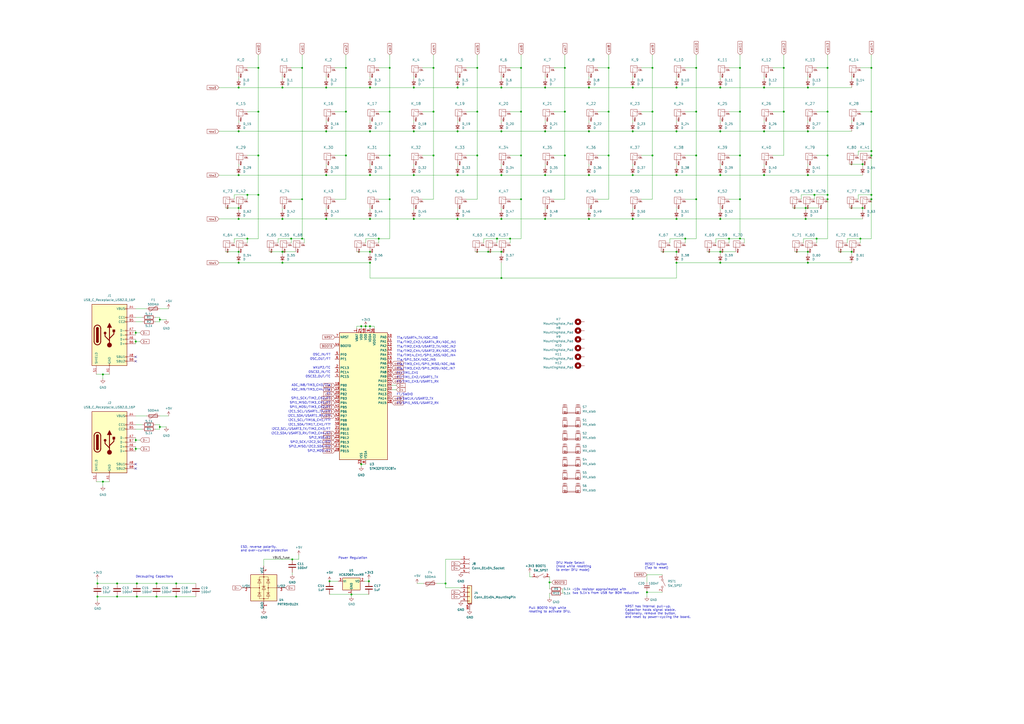
<source format=kicad_sch>
(kicad_sch (version 20231120) (generator "eeschema") (generator_version "8.0")
  (paper "A2")
  (junction (at 468.63 146.05))
  (junction (at 265.43 76.2))
  (junction (at 367.03 127))
  (junction (at 302.26 39.37))
  (junction (at 138.43 146.05))
  (junction (at 138.43 76.2))
  (junction (at 318.77 337.82))
  (junction (at 214.63 101.6))
  (junction (at 378.46 90.17))
  (junction (at 505.46 39.37))
  (junction (at 258.445 338.455))
  (junction (at 480.06 90.17))
  (junction (at 468.63 152.4))
  (junction (at 78.74 255.27))
  (junction (at 443.23 101.6))
  (junction (at 367.03 50.8))
  (junction (at 316.23 127))
  (junction (at 290.83 161.29))
  (junction (at 163.83 127))
  (junction (at 189.23 101.6))
  (junction (at 143.51 138.43))
  (junction (at 302.26 115.57))
  (junction (at 78.74 198.12))
  (junction (at 251.46 39.37))
  (junction (at 375.285 343.535))
  (junction (at 417.83 101.6))
  (junction (at 138.43 127))
  (junction (at 276.86 64.77))
  (junction (at 67.945 338.455))
  (junction (at 392.43 127))
  (junction (at 67.945 346.075))
  (junction (at 214.63 152.4))
  (junction (at 288.29 138.43))
  (junction (at 203.835 344.805) (diameter 0.9144))
  (junction (at 226.06 64.77))
  (junction (at 505.46 115.57))
  (junction (at 392.43 101.6))
  (junction (at 353.06 39.37))
  (junction (at 403.86 64.77))
  (junction (at 505.46 87.63))
  (junction (at 251.46 90.17))
  (junction (at 443.23 76.2))
  (junction (at 494.03 146.05))
  (junction (at 500.38 120.65))
  (junction (at 189.23 76.2))
  (junction (at 56.515 338.455))
  (junction (at 214.63 50.8))
  (junction (at 429.26 138.43))
  (junction (at 295.91 138.43))
  (junction (at 454.66 39.37))
  (junction (at 429.26 64.77))
  (junction (at 290.83 101.6))
  (junction (at 265.43 50.8))
  (junction (at 251.46 64.77))
  (junction (at 367.03 76.2))
  (junction (at 149.86 113.03))
  (junction (at 290.83 76.2))
  (junction (at 138.43 101.6))
  (junction (at 480.06 39.37))
  (junction (at 468.63 50.8))
  (junction (at 417.83 127))
  (junction (at 302.26 64.77))
  (junction (at 265.43 127))
  (junction (at 149.86 39.37))
  (junction (at 240.03 76.2))
  (junction (at 341.63 50.8))
  (junction (at 367.03 101.6))
  (junction (at 429.26 90.17))
  (junction (at 480.06 115.57))
  (junction (at 403.86 115.57))
  (junction (at 240.03 50.8))
  (junction (at 327.66 39.37))
  (junction (at 290.83 146.05))
  (junction (at 92.71 247.65))
  (junction (at 473.71 138.43))
  (junction (at 392.43 76.2))
  (junction (at 59.69 217.17))
  (junction (at 403.86 90.17))
  (junction (at 143.51 113.03))
  (junction (at 138.43 120.65))
  (junction (at 92.71 185.42))
  (junction (at 78.74 260.35))
  (junction (at 214.63 146.05))
  (junction (at 175.26 39.37))
  (junction (at 191.135 337.185))
  (junction (at 499.11 138.43))
  (junction (at 467.36 127))
  (junction (at 240.03 127))
  (junction (at 422.91 138.43))
  (junction (at 378.46 64.77))
  (junction (at 226.06 39.37))
  (junction (at 505.46 113.03))
  (junction (at 226.06 115.57))
  (junction (at 467.36 120.65))
  (junction (at 149.86 64.77))
  (junction (at 163.83 152.4))
  (junction (at 163.83 50.8))
  (junction (at 219.71 138.43))
  (junction (at 265.43 101.6))
  (junction (at 276.86 39.37))
  (junction (at 468.63 76.2))
  (junction (at 429.26 115.57))
  (junction (at 189.23 127))
  (junction (at 443.23 50.8))
  (junction (at 79.375 338.455))
  (junction (at 209.55 269.24))
  (junction (at 392.43 146.05))
  (junction (at 163.83 146.05))
  (junction (at 500.38 95.25))
  (junction (at 56.515 346.075))
  (junction (at 480.06 113.03))
  (junction (at 397.51 138.43))
  (junction (at 417.83 146.05))
  (junction (at 59.69 279.4))
  (junction (at 213.995 337.185))
  (junction (at 290.83 50.8))
  (junction (at 189.23 50.8))
  (junction (at 341.63 127))
  (junction (at 138.43 152.4))
  (junction (at 472.44 113.03))
  (junction (at 505.46 64.77))
  (junction (at 200.66 64.77))
  (junction (at 468.63 101.6))
  (junction (at 341.63 101.6))
  (junction (at 392.43 152.4))
  (junction (at 341.63 76.2))
  (junction (at 102.235 346.075))
  (junction (at 505.46 90.17))
  (junction (at 102.235 338.455))
  (junction (at 316.23 101.6))
  (junction (at 327.66 64.77))
  (junction (at 403.86 39.37))
  (junction (at 79.375 346.075))
  (junction (at 209.55 189.23))
  (junction (at 378.46 39.37))
  (junction (at 214.63 189.23))
  (junction (at 138.43 50.8))
  (junction (at 200.66 39.37))
  (junction (at 240.03 101.6))
  (junction (at 226.06 90.17))
  (junction (at 353.06 64.77))
  (junction (at 454.66 64.77))
  (junction (at 353.06 90.17))
  (junction (at 90.805 338.455))
  (junction (at 429.26 39.37))
  (junction (at 149.86 90.17))
  (junction (at 327.66 90.17))
  (junction (at 392.43 50.8))
  (junction (at 175.26 115.57))
  (junction (at 316.23 50.8))
  (junction (at 417.83 152.4))
  (junction (at 283.21 146.05))
  (junction (at 417.83 50.8))
  (junction (at 214.63 127))
  (junction (at 214.63 76.2))
  (junction (at 90.805 346.075))
  (junction (at 169.545 324.485))
  (junction (at 480.06 64.77))
  (junction (at 175.26 138.43))
  (junction (at 316.23 76.2))
  (junction (at 168.91 138.43))
  (junction (at 276.86 90.17))
  (junction (at 212.09 189.23))
  (junction (at 290.83 127))
  (junction (at 200.66 90.17))
  (junction (at 78.74 193.04))
  (junction (at 417.83 76.2))
  (junction (at 302.26 90.17))
  (no_connect (at 78.74 209.55))
  (no_connect (at 78.74 207.01))
  (no_connect (at 78.74 269.24))
  (no_connect (at 78.74 271.78))
  (wire (pts (xy 78.74 191.77) (xy 78.74 193.04)))
  (wire (pts (xy 397.51 64.77) (xy 403.86 64.77)))
  (wire (pts (xy 415.29 138.43) (xy 422.91 138.43)))
  (wire (pts (xy 82.55 246.38) (xy 78.74 246.38)))
  (wire (pts (xy 308.61 334.645) (xy 307.34 334.645)))
  (wire (pts (xy 397.51 39.37) (xy 403.86 39.37)))
  (wire (pts (xy 127 101.6) (xy 138.43 101.6)))
  (wire (pts (xy 388.62 138.43) (xy 397.51 138.43)))
  (wire (pts (xy 417.83 69.85) (xy 417.83 71.12)))
  (wire (pts (xy 443.23 76.2) (xy 468.63 76.2)))
  (wire (pts (xy 392.43 50.8) (xy 417.83 50.8)))
  (wire (pts (xy 245.11 90.17) (xy 251.46 90.17)))
  (wire (pts (xy 240.03 76.2) (xy 265.43 76.2)))
  (wire (pts (xy 422.91 138.43) (xy 422.91 140.97)))
  (wire (pts (xy 397.51 115.57) (xy 403.86 115.57)))
  (wire (pts (xy 143.51 113.03) (xy 143.51 115.57)))
  (wire (pts (xy 219.71 138.43) (xy 219.71 140.97)))
  (wire (pts (xy 494.03 146.05) (xy 494.03 147.32)))
  (wire (pts (xy 480.06 31.75) (xy 480.06 39.37)))
  (wire (pts (xy 378.46 39.37) (xy 378.46 64.77)))
  (wire (pts (xy 163.83 146.05) (xy 171.45 146.05)))
  (wire (pts (xy 378.46 90.17) (xy 378.46 64.77)))
  (wire (pts (xy 473.71 138.43) (xy 480.06 138.43)))
  (wire (pts (xy 473.71 64.77) (xy 480.06 64.77)))
  (wire (pts (xy 341.63 76.2) (xy 367.03 76.2)))
  (wire (pts (xy 353.06 115.57) (xy 353.06 90.17)))
  (wire (pts (xy 383.54 146.05) (xy 392.43 146.05)))
  (wire (pts (xy 443.23 95.25) (xy 443.23 96.52)))
  (wire (pts (xy 454.66 90.17) (xy 454.66 64.77)))
  (wire (pts (xy 138.43 120.65) (xy 138.43 121.92)))
  (wire (pts (xy 367.03 69.85) (xy 367.03 71.12)))
  (wire (pts (xy 138.43 95.25) (xy 138.43 96.52)))
  (wire (pts (xy 163.83 44.45) (xy 163.83 45.72)))
  (wire (pts (xy 378.46 31.75) (xy 378.46 39.37)))
  (wire (pts (xy 302.26 138.43) (xy 302.26 115.57)))
  (wire (pts (xy 92.71 247.65) (xy 96.52 247.65)))
  (wire (pts (xy 372.11 64.77) (xy 378.46 64.77)))
  (wire (pts (xy 341.63 120.65) (xy 341.63 121.92)))
  (wire (pts (xy 443.23 44.45) (xy 443.23 45.72)))
  (wire (pts (xy 472.44 113.03) (xy 464.82 113.03)))
  (wire (pts (xy 226.06 138.43) (xy 226.06 115.57)))
  (wire (pts (xy 318.77 344.17) (xy 318.77 346.71)))
  (wire (pts (xy 78.74 193.04) (xy 81.28 193.04)))
  (wire (pts (xy 163.83 146.05) (xy 163.83 147.32)))
  (wire (pts (xy 497.84 90.17) (xy 497.84 87.63)))
  (wire (pts (xy 270.51 90.17) (xy 276.86 90.17)))
  (wire (pts (xy 214.63 189.23) (xy 214.63 190.5)))
  (wire (pts (xy 78.74 198.12) (xy 78.74 196.85)))
  (wire (pts (xy 156.21 146.05) (xy 163.83 146.05)))
  (wire (pts (xy 473.71 39.37) (xy 480.06 39.37)))
  (wire (pts (xy 258.445 324.485) (xy 267.335 324.485)))
  (wire (pts (xy 163.83 152.4) (xy 214.63 152.4)))
  (wire (pts (xy 392.43 146.05) (xy 392.43 147.32)))
  (wire (pts (xy 491.49 138.43) (xy 499.11 138.43)))
  (wire (pts (xy 229.87 226.06) (xy 227.33 226.06)))
  (wire (pts (xy 422.91 138.43) (xy 429.26 138.43)))
  (wire (pts (xy 375.285 333.375) (xy 384.175 333.375)))
  (wire (pts (xy 448.31 64.77) (xy 454.66 64.77)))
  (wire (pts (xy 97.79 179.07) (xy 92.71 179.07)))
  (wire (pts (xy 214.63 127) (xy 240.03 127)))
  (wire (pts (xy 79.375 346.075) (xy 90.805 346.075)))
  (wire (pts (xy 321.31 90.17) (xy 327.66 90.17)))
  (wire (pts (xy 429.26 138.43) (xy 429.26 115.57)))
  (wire (pts (xy 468.63 146.05) (xy 468.63 147.32)))
  (wire (pts (xy 135.89 113.03) (xy 143.51 113.03)))
  (wire (pts (xy 78.74 255.27) (xy 78.74 256.54)))
  (wire (pts (xy 175.26 138.43) (xy 175.26 115.57)))
  (wire (pts (xy 316.23 44.45) (xy 316.23 45.72)))
  (wire (pts (xy 466.09 140.97) (xy 466.09 138.43)))
  (wire (pts (xy 341.63 50.8) (xy 367.03 50.8)))
  (wire (pts (xy 240.03 50.8) (xy 265.43 50.8)))
  (wire (pts (xy 302.26 90.17) (xy 302.26 64.77)))
  (wire (pts (xy 212.09 140.97) (xy 212.09 138.43)))
  (wire (pts (xy 92.71 248.92) (xy 90.17 248.92)))
  (wire (pts (xy 219.71 39.37) (xy 226.06 39.37)))
  (wire (pts (xy 467.36 127) (xy 500.38 127)))
  (wire (pts (xy 288.29 138.43) (xy 295.91 138.43)))
  (wire (pts (xy 207.01 189.23) (xy 209.55 189.23)))
  (wire (pts (xy 59.69 281.94) (xy 59.69 279.4)))
  (wire (pts (xy 265.43 120.65) (xy 265.43 121.92)))
  (wire (pts (xy 302.26 31.75) (xy 302.26 39.37)))
  (wire (pts (xy 207.01 189.23) (xy 207.01 190.5)))
  (wire (pts (xy 78.74 260.35) (xy 78.74 261.62)))
  (wire (pts (xy 163.83 120.65) (xy 163.83 121.92)))
  (wire (pts (xy 251.46 39.37) (xy 251.46 64.77)))
  (wire (pts (xy 127 127) (xy 138.43 127)))
  (wire (pts (xy 459.74 120.65) (xy 467.36 120.65)))
  (wire (pts (xy 214.63 44.45) (xy 214.63 45.72)))
  (wire (pts (xy 194.31 64.77) (xy 200.66 64.77)))
  (wire (pts (xy 175.26 31.75) (xy 175.26 39.37)))
  (wire (pts (xy 214.63 161.29) (xy 290.83 161.29)))
  (wire (pts (xy 494.03 69.85) (xy 494.03 71.12)))
  (wire (pts (xy 290.83 161.29) (xy 392.43 161.29)))
  (wire (pts (xy 417.83 146.05) (xy 426.72 146.05)))
  (wire (pts (xy 211.455 337.185) (xy 213.995 337.185)))
  (wire (pts (xy 212.09 138.43) (xy 219.71 138.43)))
  (wire (pts (xy 341.63 101.6) (xy 367.03 101.6)))
  (wire (pts (xy 90.805 338.455) (xy 102.235 338.455)))
  (wire (pts (xy 203.835 344.805) (xy 213.995 344.805)))
  (wire (pts (xy 467.36 120.65) (xy 474.98 120.65)))
  (wire (pts (xy 497.84 115.57) (xy 497.84 113.03)))
  (wire (pts (xy 403.86 138.43) (xy 403.86 115.57)))
  (wire (pts (xy 316.23 50.8) (xy 341.63 50.8)))
  (wire (pts (xy 270.51 39.37) (xy 276.86 39.37)))
  (wire (pts (xy 367.03 44.45) (xy 367.03 45.72)))
  (wire (pts (xy 219.71 64.77) (xy 226.06 64.77)))
  (wire (pts (xy 240.03 69.85) (xy 240.03 71.12)))
  (wire (pts (xy 467.36 120.65) (xy 467.36 121.92)))
  (wire (pts (xy 473.71 90.17) (xy 480.06 90.17)))
  (wire (pts (xy 505.46 87.63) (xy 505.46 90.17)))
  (wire (pts (xy 295.91 90.17) (xy 302.26 90.17)))
  (wire (pts (xy 500.38 120.65) (xy 500.38 121.92)))
  (wire (pts (xy 127 152.4) (xy 138.43 152.4)))
  (wire (pts (xy 397.51 90.17) (xy 403.86 90.17)))
  (wire (pts (xy 90.17 184.15) (xy 92.71 184.15)))
  (wire (pts (xy 209.55 189.23) (xy 212.09 189.23)))
  (wire (pts (xy 397.51 138.43) (xy 403.86 138.43)))
  (wire (pts (xy 417.83 152.4) (xy 468.63 152.4)))
  (wire (pts (xy 258.445 338.455) (xy 258.445 324.485)))
  (wire (pts (xy 194.31 90.17) (xy 200.66 90.17)))
  (wire (pts (xy 505.46 115.57) (xy 505.46 113.03)))
  (wire (pts (xy 67.945 346.075) (xy 56.515 346.075)))
  (wire (pts (xy 270.51 115.57) (xy 276.86 115.57)))
  (wire (pts (xy 138.43 146.05) (xy 138.43 147.32)))
  (wire (pts (xy 97.79 241.3) (xy 92.71 241.3)))
  (wire (pts (xy 288.29 138.43) (xy 288.29 140.97)))
  (wire (pts (xy 82.55 184.15) (xy 78.74 184.15)))
  (wire (pts (xy 290.83 127) (xy 316.23 127)))
  (wire (pts (xy 276.86 115.57) (xy 276.86 90.17)))
  (wire (pts (xy 316.23 95.25) (xy 316.23 96.52)))
  (wire (pts (xy 480.06 90.17) (xy 480.06 64.77)))
  (wire (pts (xy 327.66 115.57) (xy 327.66 90.17)))
  (wire (pts (xy 480.06 115.57) (xy 480.06 138.43)))
  (wire (pts (xy 403.86 90.17) (xy 403.86 64.77)))
  (wire (pts (xy 316.23 69.85) (xy 316.23 71.12)))
  (wire (pts (xy 422.91 115.57) (xy 429.26 115.57)))
  (wire (pts (xy 327.66 90.17) (xy 327.66 64.77)))
  (wire (pts (xy 295.91 138.43) (xy 302.26 138.43)))
  (wire (pts (xy 468.63 152.4) (xy 494.03 152.4)))
  (wire (pts (xy 258.445 338.455) (xy 258.445 340.995)))
  (wire (pts (xy 492.76 95.25) (xy 500.38 95.25)))
  (wire (pts (xy 392.43 101.6) (xy 417.83 101.6)))
  (wire (pts (xy 392.43 44.45) (xy 392.43 45.72)))
  (wire (pts (xy 353.06 39.37) (xy 353.06 64.77)))
  (wire (pts (xy 372.11 90.17) (xy 378.46 90.17)))
  (wire (pts (xy 429.26 39.37) (xy 429.26 64.77)))
  (wire (pts (xy 392.43 76.2) (xy 417.83 76.2)))
  (wire (pts (xy 505.46 90.17) (xy 505.46 113.03)))
  (wire (pts (xy 316.23 127) (xy 341.63 127)))
  (wire (pts (xy 130.81 146.05) (xy 138.43 146.05)))
  (wire (pts (xy 302.26 39.37) (xy 302.26 64.77)))
  (wire (pts (xy 194.31 39.37) (xy 200.66 39.37)))
  (wire (pts (xy 327.66 39.37) (xy 327.66 64.77)))
  (wire (pts (xy 217.17 189.23) (xy 217.17 190.5)))
  (wire (pts (xy 90.805 346.075) (xy 102.235 346.075)))
  (wire (pts (xy 295.91 64.77) (xy 302.26 64.77)))
  (wire (pts (xy 290.83 161.29) (xy 290.83 152.4)))
  (wire (pts (xy 90.17 246.38) (xy 92.71 246.38)))
  (wire (pts (xy 138.43 44.45) (xy 138.43 45.72)))
  (wire (pts (xy 59.69 279.4) (xy 63.5 279.4)))
  (wire (pts (xy 464.82 113.03) (xy 464.82 115.57)))
  (wire (pts (xy 468.63 50.8) (xy 494.03 50.8)))
  (wire (pts (xy 143.51 39.37) (xy 149.86 39.37)))
  (wire (pts (xy 316.23 120.65) (xy 316.23 121.92)))
  (wire (pts (xy 175.26 39.37) (xy 175.26 115.57)))
  (wire (pts (xy 153.035 324.485) (xy 153.035 328.295)))
  (wire (pts (xy 367.03 95.25) (xy 367.03 96.52)))
  (wire (pts (xy 367.03 50.8) (xy 392.43 50.8)))
  (wire (pts (xy 194.31 115.57) (xy 200.66 115.57)))
  (wire (pts (xy 280.67 138.43) (xy 288.29 138.43)))
  (wire (pts (xy 491.49 138.43) (xy 491.49 140.97)))
  (wire (pts (xy 295.91 39.37) (xy 302.26 39.37)))
  (wire (pts (xy 258.445 340.995) (xy 267.335 340.995)))
  (wire (pts (xy 295.91 115.57) (xy 302.26 115.57)))
  (wire (pts (xy 461.01 146.05) (xy 468.63 146.05)))
  (wire (pts (xy 59.69 217.17) (xy 63.5 217.17)))
  (wire (pts (xy 431.8 140.97) (xy 431.8 138.43)))
  (wire (pts (xy 214.63 76.2) (xy 240.03 76.2)))
  (wire (pts (xy 302.26 115.57) (xy 302.26 90.17)))
  (wire (pts (xy 341.63 69.85) (xy 341.63 71.12)))
  (wire (pts (xy 82.55 186.69) (xy 78.74 186.69)))
  (wire (pts (xy 505.46 39.37) (xy 505.46 64.77)))
  (wire (pts (xy 276.86 39.37) (xy 276.86 64.77)))
  (wire (pts (xy 443.23 50.8) (xy 468.63 50.8)))
  (wire (pts (xy 56.515 335.915) (xy 56.515 338.455)))
  (wire (pts (xy 240.03 127) (xy 265.43 127)))
  (wire (pts (xy 290.83 69.85) (xy 290.83 71.12)))
  (wire (pts (xy 265.43 69.85) (xy 265.43 71.12)))
  (wire (pts (xy 92.71 185.42) (xy 96.52 185.42)))
  (wire (pts (xy 168.91 138.43) (xy 161.29 138.43)))
  (wire (pts (xy 388.62 140.97) (xy 388.62 138.43)))
  (wire (pts (xy 251.46 90.17) (xy 251.46 64.77)))
  (wire (pts (xy 214.63 101.6) (xy 240.03 101.6)))
  (wire (pts (xy 161.29 138.43) (xy 161.29 140.97)))
  (wire (pts (xy 92.71 184.15) (xy 92.71 185.42)))
  (wire (pts (xy 240.03 95.25) (xy 240.03 96.52)))
  (wire (pts (xy 492.76 120.65) (xy 500.38 120.65)))
  (wire (pts (xy 290.83 95.25) (xy 290.83 96.52)))
  (wire (pts (xy 253.365 338.455) (xy 258.445 338.455)))
  (wire (pts (xy 468.63 101.6) (xy 500.38 101.6)))
  (wire (pts (xy 265.43 95.25) (xy 265.43 96.52)))
  (wire (pts (xy 321.31 64.77) (xy 327.66 64.77)))
  (wire (pts (xy 189.23 101.6) (xy 214.63 101.6)))
  (wire (pts (xy 392.43 95.25) (xy 392.43 96.52)))
  (wire (pts (xy 92.71 247.65) (xy 92.71 248.92)))
  (wire (pts (xy 327.66 31.75) (xy 327.66 39.37)))
  (wire (pts (xy 79.375 338.455) (xy 90.805 338.455)))
  (wire (pts (xy 276.86 90.17) (xy 276.86 64.77)))
  (wire (pts (xy 318.77 334.645) (xy 318.77 337.82)))
  (wire (pts (xy 138.43 127) (xy 163.83 127)))
  (wire (pts (xy 346.71 39.37) (xy 353.06 39.37)))
  (wire (pts (xy 497.84 87.63) (xy 505.46 87.63)))
  (wire (pts (xy 127 76.2) (xy 138.43 76.2)))
  (wire (pts (xy 422.91 39.37) (xy 429.26 39.37)))
  (wire (pts (xy 454.66 31.75) (xy 454.66 39.37)))
  (wire (pts (xy 143.51 90.17) (xy 149.86 90.17)))
  (wire (pts (xy 321.31 115.57) (xy 327.66 115.57)))
  (wire (pts (xy 212.09 189.23) (xy 212.09 190.5)))
  (wire (pts (xy 143.51 64.77) (xy 149.86 64.77)))
  (wire (pts (xy 168.91 138.43) (xy 168.91 140.97)))
  (wire (pts (xy 392.43 127) (xy 417.83 127)))
  (wire (pts (xy 321.31 39.37) (xy 327.66 39.37)))
  (wire (pts (xy 200.66 39.37) (xy 200.66 64.77)))
  (wire (pts (xy 200.66 115.57) (xy 200.66 90.17)))
  (wire (pts (xy 241.935 338.455) (xy 245.745 338.455)))
  (wire (pts (xy 78.74 260.35) (xy 81.28 260.35)))
  (wire (pts (xy 372.11 39.37) (xy 378.46 39.37)))
  (wire (pts (xy 189.23 127) (xy 214.63 127)))
  (wire (pts (xy 149.86 39.37) (xy 149.86 64.77)))
  (wire (pts (xy 265.43 101.6) (xy 290.83 101.6)))
  (wire (pts (xy 417.83 127) (xy 467.36 127)))
  (wire (pts (xy 417.83 95.25) (xy 417.83 96.52)))
  (wire (pts (xy 138.43 76.2) (xy 189.23 76.2)))
  (wire (pts (xy 417.83 101.6) (xy 443.23 101.6)))
  (wire (pts (xy 283.21 146.05) (xy 290.83 146.05)))
  (wire (pts (xy 316.23 76.2) (xy 341.63 76.2)))
  (wire (pts (xy 318.77 337.82) (xy 318.77 341.63)))
  (wire (pts (xy 189.23 50.8) (xy 214.63 50.8)))
  (wire (pts (xy 176.53 138.43) (xy 175.26 138.43)))
  (wire (pts (xy 200.66 90.17) (xy 200.66 64.77)))
  (wire (pts (xy 214.63 50.8) (xy 240.03 50.8)))
  (wire (pts (xy 318.77 337.82) (xy 320.04 337.82)))
  (wire (pts (xy 290.83 76.2) (xy 316.23 76.2)))
  (wire (pts (xy 79.375 346.075) (xy 67.945 346.075)))
  (wire (pts (xy 163.83 127) (xy 189.23 127)))
  (wire (pts (xy 138.43 69.85) (xy 138.43 71.12)))
  (wire (pts (xy 443.23 101.6) (xy 468.63 101.6)))
  (wire (pts (xy 429.26 31.75) (xy 429.26 39.37)))
  (wire (pts (xy 78.74 193.04) (xy 78.74 194.31)))
  (wire (pts (xy 138.43 50.8) (xy 163.83 50.8)))
  (wire (pts (xy 168.91 138.43) (xy 175.26 138.43)))
  (wire (pts (xy 169.545 324.485) (xy 173.355 324.485)))
  (wire (pts (xy 240.03 120.65) (xy 240.03 121.92)))
  (wire (pts (xy 67.945 338.455) (xy 56.515 338.455)))
  (wire (pts (xy 290.83 101.6) (xy 316.23 101.6)))
  (wire (pts (xy 397.51 138.43) (xy 397.51 140.97)))
  (wire (pts (xy 214.63 95.25) (xy 214.63 96.52)))
  (wire (pts (xy 78.74 260.35) (xy 78.74 259.08)))
  (wire (pts (xy 240.03 44.45) (xy 240.03 45.72)))
  (wire (pts (xy 168.91 39.37) (xy 175.26 39.37)))
  (wire (pts (xy 367.03 101.6) (xy 392.43 101.6)))
  (wire (pts (xy 189.23 76.2) (xy 214.63 76.2)))
  (wire (pts (xy 448.31 90.17) (xy 454.66 90.17)))
  (wire (pts (xy 78.74 254) (xy 78.74 255.27)))
  (wire (pts (xy 92.71 246.38) (xy 92.71 247.65)))
  (wire (pts (xy 149.86 90.17) (xy 149.86 64.77)))
  (wire (pts (xy 505.46 87.63) (xy 505.46 64.77)))
  (wire (pts (xy 265.43 76.2) (xy 290.83 76.2)))
  (wire (pts (xy 417.83 146.05) (xy 417.83 147.32)))
  (wire (pts (xy 163.83 50.8) (xy 189.23 50.8)))
  (wire (pts (xy 290.83 146.05) (xy 290.83 147.32)))
  (wire (pts (xy 290.83 44.45) (xy 290.83 45.72)))
  (wire (pts (xy 378.46 115.57) (xy 378.46 90.17)))
  (wire (pts (xy 497.84 113.03) (xy 505.46 113.03)))
  (wire (pts (xy 341.63 127) (xy 367.03 127)))
  (wire (pts (xy 422.91 90.17) (xy 429.26 90.17)))
  (wire (pts (xy 209.55 269.24) (xy 212.09 269.24)))
  (wire (pts (xy 79.375 338.455) (xy 67.945 338.455)))
  (wire (pts (xy 265.43 127) (xy 290.83 127)))
  (wire (pts (xy 505.46 31.75) (xy 505.46 39.37)))
  (wire (pts (xy 431.8 138.43) (xy 429.26 138.43)))
  (wire (pts (xy 55.88 217.17) (xy 59.69 217.17)))
  (wire (pts (xy 472.44 113.03) (xy 480.06 113.03)))
  (wire (pts (xy 200.66 31.75) (xy 200.66 39.37)))
  (wire (pts (xy 143.51 138.43) (xy 143.51 140.97)))
  (wire (pts (xy 392.43 152.4) (xy 417.83 152.4)))
  (wire (pts (xy 214.63 161.29) (xy 214.63 152.4)))
  (wire (pts (xy 341.63 95.25) (xy 341.63 96.52)))
  (wire (pts (xy 203.835 346.075) (xy 203.835 344.805)))
  (wire (pts (xy 375.285 346.075) (xy 375.285 343.535)))
  (wire (pts (xy 443.23 69.85) (xy 443.23 71.12)))
  (wire (pts (xy 78.74 255.27) (xy 81.28 255.27)))
  (wire (pts (xy 138.43 152.4) (xy 163.83 152.4)))
  (wire (pts (xy 92.71 185.42) (xy 92.71 186.69)))
  (wire (pts (xy 189.23 44.45) (xy 189.23 45.72)))
  (wire (pts (xy 290.83 50.8) (xy 316.23 50.8)))
  (wire (pts (xy 240.03 101.6) (xy 265.43 101.6)))
  (wire (pts (xy 468.63 44.45) (xy 468.63 45.72)))
  (wire (pts (xy 468.63 69.85) (xy 468.63 71.12)))
  (wire (pts (xy 245.11 115.57) (xy 251.46 115.57)))
  (wire (pts (xy 214.63 189.23) (xy 212.09 189.23)))
  (wire (pts (xy 78.74 198.12) (xy 78.74 199.39)))
  (wire (pts (xy 209.55 270.51) (xy 209.55 269.24)))
  (wire (pts (xy 499.11 138.43) (xy 499.11 140.97)))
  (wire (pts (xy 82.55 248.92) (xy 78.74 248.92)))
  (wire (pts (xy 403.86 39.37) (xy 403.86 64.77)))
  (wire (pts (xy 207.01 146.05) (xy 214.63 146.05)))
  (wire (pts (xy 505.46 138.43) (xy 505.46 115.57)))
  (wire (pts (xy 214.63 120.65) (xy 214.63 121.92)))
  (wire (pts (xy 153.035 324.485) (xy 169.545 324.485)))
  (wire (pts (xy 499.11 64.77) (xy 505.46 64.77)))
  (wire (pts (xy 78.74 198.12) (xy 81.28 198.12)))
  (wire (pts (xy 280.67 140.97) (xy 280.67 138.43)))
  (wire (pts (xy 226.06 31.75) (xy 226.06 39.37)))
  (wire (pts (xy 367.03 127) (xy 392.43 127)))
  (wire (pts (xy 499.11 138.43) (xy 505.46 138.43)))
  (wire (pts (xy 346.71 90.17) (xy 353.06 90.17)))
  (wire (pts (xy 472.44 113.03) (xy 472.44 115.57)))
  (wire (pts (xy 85.09 179.07) (xy 78.74 179.07)))
  (wire (pts (xy 353.06 31.75) (xy 353.06 39.37)))
  (wire (pts (xy 375.285 343.535) (xy 375.285 342.9)))
  (wire (pts (xy 149.86 113.03) (xy 149.86 138.43)))
  (wire (pts (xy 169.545 333.375) (xy 169.545 332.105)))
  (wire (pts (xy 245.11 64.77) (xy 251.46 64.77)))
  (wire (pts (xy 59.69 219.71) (xy 59.69 217.17)))
  (wire (pts (xy 417.83 120.65) (xy 417.83 121.92)))
  (wire (pts (xy 92.71 186.69) (xy 90.17 186.69)))
  (wire (pts (xy 214.63 189.23) (xy 217.17 189.23)))
  (wire (pts (xy 307.34 334.645) (xy 307.34 332.105)))
  (wire (pts (xy 245.11 39.37) (xy 251.46 39.37)))
  (wire (pts (xy 251.46 31.75) (xy 251.46 39.37)))
  (wire (pts (xy 480.06 113.03) (xy 480.06 90.17)))
  (wire (pts (xy 346.71 64.77) (xy 353.06 64.77)))
  (wire (pts (xy 229.87 223.52) (xy 227.33 223.52)))
  (wire (pts (xy 275.59 146.05) (xy 283.21 146.05)))
  (wire (pts (xy 417.83 50.8) (xy 443.23 50.8)))
  (wire (pts (xy 127 50.8) (xy 138.43 50.8)))
  (wire (pts (xy 143.51 138.43) (xy 149.86 138.43)))
  (wire (pts (xy 55.88 279.4) (xy 59.69 279.4)))
  (wire (pts (xy 466.09 138.43) (xy 473.71 138.43)))
  (wire (pts (xy 392.43 161.29) (xy 392.43 152.4)))
  (wire (pts (xy 429.26 115.57) (xy 429.26 90.17)))
  (wire (pts (xy 219.71 90.17) (xy 226.06 90.17)))
  (wire (pts (xy 143.51 113.03) (xy 149.86 113.03)))
  (wire (pts (xy 415.29 140.97) (xy 415.29 138.43)))
  (wire (pts (xy 135.89 140.97) (xy 135.89 138.43)))
  (wire (pts (xy 367.03 120.65) (xy 367.03 121.92)))
  (wire (pts (xy 191.135 337.185) (xy 196.215 337.185)))
  (wire (pts (xy 138.43 101.6) (xy 189.23 101.6)))
  (wire (pts (xy 403.86 31.75) (xy 403.86 39.37)))
  (wire (pts (xy 429.26 90.17) (xy 429.26 64.77)))
  (wire (pts (xy 149.86 90.17) (xy 149.86 113.03)))
  (wire (pts (xy 276.86 31.75) (xy 276.86 39.37)))
  (wire (pts (xy 480.06 113.03) (xy 480.06 115.57)))
  (wire (pts (xy 422.91 64.77) (xy 429.26 64.77)))
  (wire (pts (xy 270.51 64.77) (xy 276.86 64.77)))
  (wire (pts (xy 392.43 69.85) (xy 392.43 71.12)))
  (wire (pts (xy 226.06 39.37) (xy 226.06 64.77)))
  (wire (pts (xy 214.63 69.85) (xy 214.63 71.12)))
  (wire (pts (xy 189.23 120.65) (xy 189.23 121.92)))
  (wire (pts (xy 209.55 189.23) (xy 209.55 190.5)))
  (wire (pts (xy 219.71 115.57) (xy 226.06 115.57)))
  (wire (pts (xy 410.21 146.05) (xy 417.83 146.05)))
  (wire (pts (xy 454.66 39.37) (xy 454.66 64.77)))
  (wire (pts (xy 135.89 138.43) (xy 143.51 138.43)))
  (wire (pts (xy 176.53 140.97) (xy 176.53 138.43)))
  (wire (pts (xy 214.63 146.05) (xy 214.63 147.32)))
  (wire (pts (xy 499.11 39.37) (xy 505.46 39.37)))
  (wire (pts (xy 213.995 335.915) (xy 213.995 337.185)))
  (wire (pts (xy 500.38 95.25) (xy 500.38 96.52)))
  (wire (pts (xy 102.235 346.075) (xy 113.665 346.075)))
  (wire (pts (xy 265.43 50.8) (xy 290.83 50.8)))
  (wire (pts (xy 290.83 120.65) (xy 290.83 121.92)))
  (wire (pts (xy 226.06 115.57) (xy 226.06 90.17)))
  (wire (pts (xy 265.43 44.45) (xy 265.43 45.72)))
  (wire (pts (xy 326.39 341.63) (xy 326.39 344.17)))
  (wire (pts (xy 173.355 321.945) (xy 173.355 324.485)))
  (wire (pts (xy 468.63 76.2) (xy 494.03 76.2)))
  (wire (pts (xy 417.83 76.2) (xy 443.23 76.2)))
  (wire (pts (xy 494.03 44.45) (xy 494.03 45.72)))
  (wire (pts (xy 480.06 39.37) (xy 480.06 64.77)))
  (wire (pts (xy 56.515 348.615) (xy 56.515 346.075)))
  (wire (pts (xy 403.86 115.57) (xy 403.86 90.17)))
  (wire (pts (xy 149.86 31.75) (xy 149.86 39.37)))
  (wire (pts (xy 135.89 115.57) (xy 135.89 113.03)))
  (wire (pts (xy 189.23 69.85) (xy 189.23 71.12)))
  (wire (pts (xy 353.06 90.17) (xy 353.06 64.77)))
  (wire (pts (xy 417.83 44.45) (xy 417.83 45.72)))
  (wire (pts (xy 226.06 90.17) (xy 226.06 64.77)))
  (wire (pts (xy 473.71 138.43) (xy 473.71 140.97)))
  (wire (pts (xy 251.46 115.57) (xy 251.46 90.17)))
  (wire (pts (xy 295.91 138.43) (xy 295.91 140.97)))
  (wire (pts (xy 372.11 115.57) (xy 378.46 115.57)))
  (wire (pts (xy 346.71 115.57) (xy 353.06 115.57)))
  (wire (pts (xy 130.81 120.65) (xy 138.43 120.65)))
  (wire (pts (xy 375.285 343.535) (xy 384.175 343.535)))
  (wire (pts (xy 168.91 115.57) (xy 175.26 115.57)))
  (wire (pts (xy 392.43 120.65) (xy 392.43 121.92)))
  (wire (pts (xy 189.23 95.25) (xy 189.23 96.52)))
  (wire (pts (xy 367.03 76.2) (xy 392.43 76.2)))
  (wire (pts (xy 486.41 146.05) (xy 494.03 146.05)))
  (wire (pts (xy 85.09 241.3) (xy 78.74 241.3)))
  (wire (pts (xy 203.835 344.805) (xy 191.135 344.805)))
  (wire (pts (xy 448.31 39.37) (xy 454.66 39.37)))
  (wire (pts (xy 375.285 333.375) (xy 375.285 337.82)))
  (wire (pts (xy 219.71 138.43) (xy 226.06 138.43)))
  (wire (pts (xy 316.23 101.6) (xy 341.63 101.6)))
  (wire (pts (xy 341.63 44.45) (xy 341.63 45.72)))
  (wire (pts (xy 468.63 95.25) (xy 468.63 96.52)))
  (wire (pts (xy 102.235 338.455) (xy 113.665 338.455)))
  (text "FT/SWDIO" (at 230.124 229.616 0) (effects (font (size 1.27 1.27)) (justify left bottom)))
  (text "FT/TIM1_CH3/USART1_RX" (at 230.124 222.25 0) (effects (font (size 1.27 1.27)) (justify left bottom)))
  (text "TTa/TIM14_CH1/SPI1_NSS/ADC_IN4" (at 230.124 207.01 0) (effects (font (size 1.27 1.27)) (justify left bottom)))
  (text "FT/SWCLK/USART2_TX" (at 230.124 232.156 0) (effects (font (size 1.27 1.27)) (justify left bottom)))
  (text "TTa/USART4_TX/ADC_IN0" (at 230.124 196.85 0) (effects (font (size 1.27 1.27)) (justify left bottom)))
  (text "I2C1_SCL/USART1_TX/FTf" (at 191.77 239.522 0) (effects (font (size 1.27 1.27)) (justify right bottom)))
  (text "SPI2_MISO/I2C2_SDA/FTf" (at 191.77 259.842 0) (effects (font (size 1.27 1.27)) (justify right bottom)))
  (text "I2C1_SDA/TIM17_CH1/FTf" (at 191.77 247.142 0) (effects (font (size 1.27 1.27)) (justify right bottom)))
  (text "SPI2_SCK/I2C2_SCL/FTf" (at 191.77 257.302 0) (effects (font (size 1.27 1.27)) (justify right bottom)))
  (text "OSC32_IN/TC" (at 191.77 216.662 0) (effects (font (size 1.27 1.27)) (justify right bottom)))
  (text "TTa/SPI1_SCK/ADC_IN5" (at 230.124 209.55 0) (effects (font (size 1.27 1.27)) (justify left bottom)))
  (text "TTa/TIM2_CH2/USART4_RX/ADC_IN1" (at 230.124 199.39 0) (effects (font (size 1.27 1.27)) (justify left bottom)))
  (text "SPI1_SCK/TIM2_CH2/FT" (at 191.77 231.902 0) (effects (font (size 1.27 1.27)) (justify right bottom)))
  (text "I2C2_SCL/USART3_TX/TIM2_CH3/FT" (at 191.77 249.682 0) (effects (font (size 1.27 1.27)) (justify right bottom)))
  (text "I2C1_SDA/USART1_RX/FTf" (at 191.77 242.062 0) (effects (font (size 1.27 1.27)) (justify right bottom)))
  (text "WKUP2/TC" (at 191.77 214.122 0) (effects (font (size 1.27 1.27)) (justify right bottom)))
  (text "OSC_IN/FT" (at 191.77 206.502 0) (effects (font (size 1.27 1.27)) (justify right bottom)))
  (text "DFU Mode Select\n(Hold while resetting\nto enter DFU mode)" (at 322.58 331.47 0) (effects (font (size 1.27 1.27)) (justify left bottom)))
  (text "Power Regulation" (at 196.215 324.485 0) (effects (font (size 1.27 1.27)) (justify left bottom)))
  (text "TTa/TIM3_CH1/SPI1_MISO/ADC_IN6" (at 230.124 212.09 0) (effects (font (size 1.27 1.27)) (justify left bottom)))
  (text "SPI1_MISO/TIM3_CH1/FT" (at 191.77 234.442 0) (effects (font (size 1.27 1.27)) (justify right bottom)))
  (text "ADC_IN9/TIM3_CH4/TTa" (at 191.77 226.822 0) (effects (font (size 1.27 1.27)) (justify right bottom)))
  (text "FT/SPI1_NSS/USART2_RX" (at 230.124 234.696 0) (effects (font (size 1.27 1.27)) (justify left bottom)))
  (text "FT/TIM1_CH2/USART1_TX" (at 230.124 219.71 0) (effects (font (size 1.27 1.27)) (justify left bottom)))
  (text "I2C2_SDA/USART3_RX/TIM2_CH4/FT" (at 191.77 252.222 0) (effects (font (size 1.27 1.27)) (justify right bottom)))
  (text "SPI2_NSS/FT" (at 191.77 254.762 0) (effects (font (size 1.27 1.27)) (justify right bottom)))
  (text "Pull BOOT0 high while \nreseting to activate DFU." (at 306.705 355.6 0) (effects (font (size 1.27 1.27)) (justify left bottom)))
  (text "RESET button\n(Tap to reset)" (at 374.015 330.2 0) (effects (font (size 1.27 1.27)) (justify left bottom)))
  (text "TTa/TIM3_CH2/SPI1_MOSI/ADC_IN7" (at 230.124 214.63 0) (effects (font (size 1.27 1.27)) (justify left bottom)))
  (text "SPI2_MOSI/FT" (at 191.77 262.382 0) (effects (font (size 1.27 1.27)) (justify right bottom)))
  (text "OSC_OUT/FT" (at 191.77 209.042 0) (effects (font (size 1.27 1.27)) (justify right bottom)))
  (text "I2C1_SCL/TIM16_CH1/FTf" (at 191.77 244.602 0) (effects (font (size 1.27 1.27)) (justify right bottom)))
  (text "TTa/TIM2_CH4/USART2_RX/ADC_IN3" (at 230.124 204.47 0) (effects (font (size 1.27 1.27)) (justify left bottom)))
  (text "FT" (at 191.77 229.362 0) (effects (font (size 1.27 1.27)) (justify right bottom)))
  (text "NRST has internal pull-up.\nCapacitor holds signal stable.\nOptionally, remove the button,\nand reset by power-cycling the board." (at 362.585 358.775 0) (effects (font (size 1.27 1.27)) (justify left bottom)))
  (text "ESD, reverse polarity,\nand over-current protection" (at 139.573 320.167 0) (effects (font (size 1.27 1.27)) (justify left bottom)))
  (text "SPI1_MOSI/TIM3_CH2/FT" (at 191.77 236.982 0) (effects (font (size 1.27 1.27)) (justify right bottom)))
  (text "FT/TIM1_CH1" (at 230.124 217.17 0) (effects (font (size 1.27 1.27)) (justify left bottom)))
  (text "TTa/TIM2_CH3/USART2_TX/ADC_IN2" (at 230.124 201.93 0) (effects (font (size 1.27 1.27)) (justify left bottom)))
  (text "Decoupling Capacitors" (at 78.74 335.28 0) (effects (font (size 1.27 1.27)) (justify left bottom)))
  (text "~10k resistor approximated with\ntwo 5.1k's from USB for BOM reduction" (at 332.105 344.805 0) (effects (font (size 1.27 1.27)) (justify left bottom)))
  (text "ADC_IN8/TIM3_CH3/TTa" (at 191.77 224.282 0) (effects (font (size 1.27 1.27)) (justify right bottom)))
  (text "OSC32_OUT/TC" (at 191.77 219.202 0) (effects (font (size 1.27 1.27)) (justify right bottom)))
  (label "VBUS_fuse" (at 158.115 324.485 0))
  (global_label "D+" (shape input) (at 165.735 340.995 0) (property "Intersheetrefs" "${INTERSHEET_REFS}" (effects (hide yes))))
  (global_label "col10" (shape input) (at 194.31 231.14 180) (property "Intersheetrefs" "${INTERSHEET_REFS}" (effects (hide yes))))
  (global_label "D-" (shape input) (at 81.28 255.27 0) (property "Intersheetrefs" "${INTERSHEET_REFS}" (effects (hide yes))))
  (global_label "col1" (shape input) (at 227.33 213.36 0) (property "Intersheetrefs" "${INTERSHEET_REFS}" (effects (hide yes))))
  (global_label "D-" (shape input) (at 140.335 340.995 180) (property "Intersheetrefs" "${INTERSHEET_REFS}" (effects (hide yes))))
  (global_label "D-" (shape input) (at 81.28 193.04 0) (property "Intersheetrefs" "${INTERSHEET_REFS}" (effects (hide yes))))
  (global_label "row4" (shape input) (at 127 152.4 180) (property "Intersheetrefs" "${INTERSHEET_REFS}" (effects (hide yes))))
  (global_label "col2" (shape input) (at 194.31 223.52 180) (property "Intersheetrefs" "${INTERSHEET_REFS}" (effects (hide yes))))
  (global_label "D+" (shape input) (at 81.28 198.12 0) (property "Intersheetrefs" "${INTERSHEET_REFS}" (effects (hide yes))))
  (global_label "col10" (shape input) (at 403.86 31.75 90) (property "Intersheetrefs" "${INTERSHEET_REFS}" (effects (hide yes))))
  (global_label "D-" (shape input) (at 229.87 223.52 0) (property "Intersheetrefs" "${INTERSHEET_REFS}" (effects (hide yes))))
  (global_label "col7" (shape input) (at 327.66 31.75 90) (property "Intersheetrefs" "${INTERSHEET_REFS}" (effects (hide yes))))
  (global_label "D+" (shape input) (at 81.28 260.35 0) (property "Intersheetrefs" "${INTERSHEET_REFS}" (effects (hide yes))))
  (global_label "col2" (shape input) (at 200.66 31.75 90) (property "Intersheetrefs" "${INTERSHEET_REFS}" (effects (hide yes))))
  (global_label "col8" (shape input) (at 227.33 231.14 0) (property "Intersheetrefs" "${INTERSHEET_REFS}" (effects (hide yes))))
  (global_label "col13" (shape input) (at 194.31 238.76 180) (property "Intersheetrefs" "${INTERSHEET_REFS}" (effects (hide yes))))
  (global_label "row2" (shape input) (at 127 101.6 180) (property "Intersheetrefs" "${INTERSHEET_REFS}" (effects (hide yes))))
  (global_label "D+" (shape input) (at 229.87 226.06 0) (property "Intersheetrefs" "${INTERSHEET_REFS}" (effects (hide yes))))
  (global_label "col13" (shape input) (at 480.06 31.75 90) (property "Intersheetrefs" "${INTERSHEET_REFS}" (effects (hide yes))))
  (global_label "col11" (shape input) (at 194.31 233.68 180) (property "Intersheetrefs" "${INTERSHEET_REFS}" (effects (hide yes))))
  (global_label "col8" (shape input) (at 353.06 31.75 90) (property "Intersheetrefs" "${INTERSHEET_REFS}" (effects (hide yes))))
  (global_label "row2" (shape input) (at 194.31 259.08 180) (property "Intersheetrefs" "${INTERSHEET_REFS}" (effects (hide yes))))
  (global_label "col4" (shape input) (at 194.31 228.6 180) (property "Intersheetrefs" "${INTERSHEET_REFS}" (effects (hide yes))))
  (global_label "col5" (shape input) (at 276.86 31.75 90) (property "Intersheetrefs" "${INTERSHEET_REFS}" (effects (hide yes))))
  (global_label "row3" (shape input) (at 127 127 180) (property "Intersheetrefs" "${INTERSHEET_REFS}" (effects (hide yes))))
  (global_label "col9" (shape input) (at 227.33 233.68 0) (property "Intersheetrefs" "${INTERSHEET_REFS}" (effects (hide yes))))
  (global_label "D+" (shape input) (at 267.335 346.075 180) (property "Intersheetrefs" "${INTERSHEET_REFS}" (effects (hide yes))))
  (global_label "D-" (shape input) (at 267.335 343.535 180) (property "Intersheetrefs" "${INTERSHEET_REFS}" (effects (hide yes))))
  (global_label "col9" (shape input) (at 378.46 31.75 90) (property "Intersheetrefs" "${INTERSHEET_REFS}" (effects (hide yes))))
  (global_label "col6" (shape input) (at 302.26 31.75 90) (property "Intersheetrefs" "${INTERSHEET_REFS}" (effects (hide yes))))
  (global_label "col6" (shape input) (at 227.33 220.98 0) (property "Intersheetrefs" "${INTERSHEET_REFS}" (effects (hide yes))))
  (global_label "NRST" (shape input) (at 194.31 195.58 180) (property "Intersheetrefs" "${INTERSHEET_REFS}" (effects (hide yes))))
  (global_label "col11" (shape input) (at 429.26 31.75 90) (property "Intersheetrefs" "${INTERSHEET_REFS}" (effects (hide yes))))
  (global_label "D+" (shape input) (at 267.335 329.565 180) (property "Intersheetrefs" "${INTERSHEET_REFS}" (effects (hide yes))))
  (global_label "BOOT0" (shape input) (at 194.31 200.66 180) (property "Intersheetrefs" "${INTERSHEET_REFS}" (effects (hide yes))))
  (global_label "row0" (shape input) (at 127 50.8 180) (property "Intersheetrefs" "${INTERSHEET_REFS}" (effects (hide yes))))
  (global_label "col3" (shape input) (at 226.06 31.75 90) (property "Intersheetrefs" "${INTERSHEET_REFS}" (effects (hide yes))))
  (global_label "row1" (shape input) (at 194.31 256.54 180) (property "Intersheetrefs" "${INTERSHEET_REFS}" (effects (hide yes))))
  (global_label "col7" (shape input) (at 227.33 218.44 0) (property "Intersheetrefs" "${INTERSHEET_REFS}" (effects (hide yes))))
  (global_label "row0" (shape input) (at 194.31 254 180) (property "Intersheetrefs" "${INTERSHEET_REFS}" (effects (hide yes))))
  (global_label "NRST" (shape input) (at 375.285 333.375 180) (property "Intersheetrefs" "${INTERSHEET_REFS}" (effects (hide yes))))
  (global_label "col1" (shape input) (at 175.26 31.75 90) (property "Intersheetrefs" "${INTERSHEET_REFS}" (effects (hide yes))))
  (global_label "D-" (shape input) (at 267.335 327.025 180) (property "Intersheetrefs" "${INTERSHEET_REFS}" (effects (hide yes))))
  (global_label "row3" (shape input) (at 194.31 261.62 180) (property "Intersheetrefs" "${INTERSHEET_REFS}" (effects (hide yes))))
  (global_label "row4" (shape input) (at 227.33 215.9 0) (property "Intersheetrefs" "${INTERSHEET_REFS}" (effects (hide yes))))
  (global_label "col14" (shape input) (at 194.31 241.3 180) (property "Intersheetrefs" "${INTERSHEET_REFS}" (effects (hide yes))))
  (global_label "col5" (shape input) (at 194.31 251.46 180) (property "Intersheetrefs" "${INTERSHEET_REFS}" (effects (hide yes))))
  (global_label "row1" (shape input) (at 127 76.2 180) (property "Intersheetrefs" "${INTERSHEET_REFS}" (effects (hide yes))))
  (global_label "col14" (shape input) (at 505.46 31.75 90) (property "Intersheetrefs" "${INTERSHEET_REFS}" (effects (hide yes))))
  (global_label "col4" (shape input) (at 251.46 31.75 90) (property "Intersheetrefs" "${INTERSHEET_REFS}" (effects (hide yes))))
  (global_label "col12" (shape input) (at 194.31 236.22 180) (property "Intersheetrefs" "${INTERSHEET_REFS}" (effects (hide yes))))
  (global_label "col3" (shape input) (at 194.31 226.06 180) (property "Intersheetrefs" "${INTERSHEET_REFS}" (effects (hide yes))))
  (global_label "BOOT0" (shape input) (at 320.04 337.82 0) (property "Intersheetrefs" "${INTERSHEET_REFS}" (effects (hide yes))))
  (global_label "col0" (shape input) (at 149.86 31.75 90) (property "Intersheetrefs" "${INTERSHEET_REFS}" (effects (hide yes))))
  (global_label "col0" (shape input) (at 227.33 210.82 0) (property "Intersheetrefs" "${INTERSHEET_REFS}" (effects (hide yes))))
  (global_label "col12" (shape input) (at 454.66 31.75 90) (property "Intersheetrefs" "${INTERSHEET_REFS}" (effects (hide yes))))
  (symbol (lib_id "Device:C") (at 169.545 328.295 0) (unit 1)
    (property "Reference" "C11" (at 172.466 327.1266 0) (effects (justify left)))
    (property "Value" "100nF" (at 172.466 329.438 0) (effects (justify left)))
    (property "Footprint" "Capacitor_SMD:C_0402_1005Metric" (effects (hide yes)))
    (property "LCSC" "C307331" (effects (hide yes)))
  )
  (symbol (lib_id "MX_Alps_Hybrid:MX-NoLED") (at 495.3 40.64 0) (unit 1) (in_bom no)
    (property "Reference" "K_14" (at 495.3 34.7218 0) (effects (font (size 1.524 1.524))))
    (property "Value" "KEYSW" (effects (hide yes)))
    (property "Footprint" "keyboard_switches:SW_Cherry_MX_PCB_1.00u" (effects (hide yes)))
  )
  (symbol (lib_id "Device:R") (at 322.58 344.17 270) (mirror x) (unit 1)
    (property "Reference" "R10" (at 322.58 344.17 90))
    (property "Value" "5.1k" (at 328.93 344.17 90))
    (property "Footprint" "Resistor_SMD:R_0402_1005Metric" (effects (hide yes)))
  )
  (symbol (lib_id "MX_Alps_Hybrid:MX-NoLED") (at 317.5 91.44 0) (unit 1) (in_bom no)
    (property "Reference" "K_35" (at 317.5 85.5218 0) (effects (font (size 1.524 1.524))))
    (property "Value" "KEYSW" (effects (hide yes)))
    (property "Footprint" "keyboard_switches:SW_Cherry_MX_PCB_1.00u" (effects (hide yes)))
  )
  (symbol (lib_id "MX_Alps_Hybrid:MX-NoLED") (at 190.5 116.84 0) (unit 1) (in_bom no)
    (property "Reference" "K_43" (at 190.5 110.9218 0) (effects (font (size 1.524 1.524))))
    (property "Value" "KEYSW" (effects (hide yes)))
    (property "Footprint" "keyboard_switches:SW_Cherry_MX_PCB_1.00u" (effects (hide yes)))
  )
  (symbol (lib_name "GND_1") (lib_id "power:GND") (at 267.335 348.615 0) (unit 1)
    (property "Reference" "#PWR05" (effects (hide yes)))
    (property "Value" "GND" (at 267.335 353.695 0))
    (property "Description" "Power symbol creates a global label with name \"GND\" , ground" (effects (hide yes)))
  )
  (symbol (lib_id "Device:D_Small") (at 494.03 149.86 90) (unit 1)
    (property "Reference" "D_61" (at 496.57 148.082 90) (effects (justify right)))
    (property "Value" "D" (at 496.57 150.368 90) (effects (justify right)))
    (property "Footprint" "custom_components:D_SOD-123_vertical" (effects (hide yes)))
  )
  (symbol (lib_id "MX_Alps_Hybrid:MX-NoLED") (at 190.5 66.04 0) (unit 1) (in_bom no)
    (property "Reference" "K_16" (at 190.5 60.1218 0) (effects (font (size 1.524 1.524))))
    (property "Value" "KEYSW" (effects (hide yes)))
    (property "Footprint" "keyboard_switches:SW_Cherry_MX_PCB_1.00u" (effects (hide yes)))
  )
  (symbol (lib_id "MX_Alps_Hybrid:MX-NoLED") (at 266.7 40.64 0) (unit 1) (in_bom no)
    (property "Reference" "K_5" (at 266.7 34.7218 0) (effects (font (size 1.524 1.524))))
    (property "Value" "KEYSW" (effects (hide yes)))
    (property "Footprint" "keyboard_switches:SW_Cherry_MX_PCB_1.00u" (effects (hide yes)))
  )
  (symbol (lib_id "Device:D_Small") (at 163.83 48.26 90) (unit 1)
    (property "Reference" "D_1" (at 166.37 46.482 90) (effects (justify right)))
    (property "Value" "D" (at 166.37 48.768 90) (effects (justify right)))
    (property "Footprint" "custom_components:D_SOD-123_vertical" (effects (hide yes)))
  )
  (symbol (lib_id "Device:D_Small") (at 240.03 73.66 90) (unit 1)
    (property "Reference" "D_18" (at 242.57 71.882 90) (effects (justify right)))
    (property "Value" "D" (at 242.57 74.168 90) (effects (justify right)))
    (property "Footprint" "custom_components:D_SOD-123_vertical" (effects (hide yes)))
  )
  (symbol (lib_id "MX_Alps_Hybrid:MX-NoLED") (at 241.3 66.04 0) (unit 1) (in_bom no)
    (property "Reference" "K_18" (at 241.3 60.1218 0) (effects (font (size 1.524 1.524))))
    (property "Value" "KEYSW" (effects (hide yes)))
    (property "Footprint" "keyboard_switches:SW_Cherry_MX_PCB_1.00u" (effects (hide yes)))
  )
  (symbol (lib_id "MX_Alps_Hybrid:MX-NoLED") (at 368.3 66.04 0) (unit 1) (in_bom no)
    (property "Reference" "K_23" (at 368.3 60.1218 0) (effects (font (size 1.524 1.524))))
    (property "Value" "KEYSW" (effects (hide yes)))
    (property "Footprint" "keyboard_switches:SW_Cherry_MX_PCB_1.00u" (effects (hide yes)))
  )
  (symbol (lib_id "MX_Alps_Hybrid:MX-NoLED") (at 132.08 142.24 0) (unit 1) (in_bom no)
    (property "Reference" "K_64" (at 132.08 136.3218 0) (effects (font (size 1.524 1.524))))
    (property "Value" "KEYSW" (effects (hide yes)))
    (property "Footprint" "keyboard_switches:SW_Cherry_MX_PCB" (effects (hide yes)))
  )
  (symbol (lib_id "MX_Alps_Hybrid:MX-NoLED") (at 139.7 142.24 0) (unit 1) (in_bom no)
    (property "Reference" "K_54" (at 139.7 136.3218 0) (effects (font (size 1.524 1.524))))
    (property "Value" "KEYSW" (effects (hide yes)))
    (property "Footprint" "keyboard_switches:SW_Cherry_MX_PCB_1.25u" (effects (hide yes)))
  )
  (symbol (lib_id "power:+3V3") (at 212.09 189.23 0) (unit 1)
    (property "Reference" "#PWR016" (effects (hide yes)))
    (property "Value" "+3V3" (at 212.09 185.42 0))
  )
  (symbol (lib_id "Mechanical:MountingHole_Pad") (at 336.55 207.01 90) (unit 1) (exclude_from_sim yes) (in_bom no)
    (property "Reference" "H11" (at 323.85 205.486 90))
    (property "Value" "MountingHole_Pad" (at 323.85 208.026 90))
    (property "Footprint" "custom_mounting_hole:MountingHole_5mmx2.5mm_M2_Pad" (effects (hide yes)))
    (property "Description" "Mounting Hole with connection" (effects (hide yes)))
  )
  (symbol (lib_id "Device:D_Small") (at 417.83 48.26 90) (unit 1)
    (property "Reference" "D_11" (at 420.37 46.482 90) (effects (justify right)))
    (property "Value" "D" (at 420.37 48.768 90) (effects (justify right)))
    (property "Footprint" "custom_components:D_SOD-123_vertical" (effects (hide yes)))
  )
  (symbol (lib_id "power:GND") (at 209.55 270.51 0) (unit 1)
    (property "Reference" "#PWR015" (effects (hide yes)))
    (property "Value" "GND" (at 209.55 275.59 0))
  )
  (symbol (lib_id "Device:R") (at 86.36 186.69 270) (unit 1)
    (property "Reference" "R2" (at 86.36 186.69 90))
    (property "Value" "5.1k" (at 86.36 188.976 90))
    (property "Footprint" "Resistor_SMD:R_0603_1608Metric_Pad0.98x0.95mm_HandSolder" (effects (hide yes)))
    (property "Description" "Resistor" (effects (hide yes)))
  )
  (symbol (lib_id "MX_Alps_Hybrid:MX-NoLED") (at 317.5 116.84 0) (unit 1) (in_bom no)
    (property "Reference" "K_48" (at 317.5 110.9218 0) (effects (font (size 1.524 1.524))))
    (property "Value" "KEYSW" (effects (hide yes)))
    (property "Footprint" "keyboard_switches:SW_Cherry_MX_PCB_1.00u" (effects (hide yes)))
  )
  (symbol (lib_id "MX_Alps_Hybrid:MX-NoLED") (at 462.28 142.24 0) (unit 1) (in_bom no)
    (property "Reference" "K_71" (at 462.28 136.3218 0) (effects (font (size 1.524 1.524))))
    (property "Value" "KEYSW" (effects (hide yes)))
    (property "Footprint" "keyboard_switches:SW_Cherry_MX_PCB" (effects (hide yes)))
  )
  (symbol (lib_id "Mechanical:MountingHole_Pad") (at 336.55 212.09 90) (unit 1) (exclude_from_sim yes) (in_bom no)
    (property "Reference" "H12" (at 323.85 210.566 90))
    (property "Value" "MountingHole_Pad" (at 323.85 213.106 90))
    (property "Footprint" "custom_mounting_hole:MountingHole_2.5mm_M2_Pad" (effects (hide yes)))
    (property "Description" "Mounting Hole with connection" (effects (hide yes)))
  )
  (symbol (lib_id "Device:D_Small") (at 367.03 73.66 90) (unit 1)
    (property "Reference" "D_23" (at 369.57 71.882 90) (effects (justify right)))
    (property "Value" "D" (at 369.57 74.168 90) (effects (justify right)))
    (property "Footprint" "custom_components:D_SOD-123_vertical" (effects (hide yes)))
  )
  (symbol (lib_id "power:GND") (at 59.69 219.71 0) (unit 1)
    (property "Reference" "#PWR02" (effects (hide yes)))
    (property "Value" "GND" (at 59.69 224.79 0))
  )
  (symbol (lib_id "Device:D_Small") (at 189.23 99.06 90) (unit 1)
    (property "Reference" "D_30" (at 191.77 97.282 90) (effects (justify right)))
    (property "Value" "D" (at 191.77 99.568 90) (effects (justify right)))
    (property "Footprint" "custom_components:D_SOD-123_vertical" (effects (hide yes)))
  )
  (symbol (lib_id "Connector:USB_C_Receptacle_USB2.0_16P") (at 63.5 256.54 0) (unit 1)
    (property "Reference" "J2" (at 63.5 233.68 0))
    (property "Value" "USB_C_Receptacle_USB2.0_16P" (at 63.5 236.22 0))
    (property "Footprint" "custom_components:USB_C_Receptacle_G-Switch_GT-USB-7010ASV_custom" (effects (hide yes)))
    (property "Datasheet" "https://www.usb.org/sites/default/files/documents/usb_type-c.zip" (effects (hide yes)))
    (property "Description" "USB 2.0-only 16P Type-C Receptacle connector" (effects (hide yes)))
  )
  (symbol (lib_id "Device:D_Small") (at 443.23 73.66 90) (unit 1)
    (property "Reference" "D_26" (at 445.77 71.882 90) (effects (justify right)))
    (property "Value" "D" (at 445.77 74.168 90) (effects (justify right)))
    (property "Footprint" "custom_components:D_SOD-123_vertical" (effects (hide yes)))
  )
  (symbol (lib_id "Device:D_Small") (at 341.63 73.66 90) (unit 1)
    (property "Reference" "D_22" (at 344.17 71.882 90) (effects (justify right)))
    (property "Value" "D" (at 344.17 74.168 90) (effects (justify right)))
    (property "Footprint" "custom_components:D_SOD-123_vertical" (effects (hide yes)))
  )
  (symbol (lib_id "MX_Alps_Hybrid:MX-NoLED") (at 165.1 116.84 0) (unit 1) (in_bom no)
    (property "Reference" "K_74" (at 165.1 110.9218 0) (effects (font (size 1.524 1.524))))
    (property "Value" "KEYSW" (effects (hide yes)))
    (property "Footprint" "keyboard_switches:SW_Cherry_MX_PCB_1.00u" (effects (hide yes)))
  )
  (symbol (lib_id "marbastlib-mx:MX_stab") (at 331.47 260.35 0) (unit 1)
    (property "Reference" "S3" (at 337.82 258.9529 0) (effects (justify left)))
    (property "Value" "MX_stab" (at 337.82 261.4929 0) (effects (justify left)))
    (property "Footprint" "keyboard_stabilizer:Stabilizer_Cherry_MX_2.00u" (effects (hide yes)))
    (property "Description" "Cherry MX-style stabilizer" (effects (hide yes)))
  )
  (symbol (lib_id "Device:C") (at 79.375 342.265 0) (unit 1)
    (property "Reference" "C15" (at 82.296 341.0966 0) (effects (justify left)))
    (property "Value" "100nF" (at 82.296 343.408 0) (effects (justify left)))
    (property "Footprint" "Capacitor_SMD:C_0402_1005Metric" (effects (hide yes)))
    (property "LCSC" "C307331" (effects (hide yes)))
  )
  (symbol (lib_id "power:GND") (at 318.77 346.71 0) (unit 1)
    (property "Reference" "#PWR028" (effects (hide yes)))
    (property "Value" "GND" (at 322.58 349.25 0))
  )
  (symbol (lib_id "MX_Alps_Hybrid:MX-NoLED") (at 266.7 91.44 0) (unit 1) (in_bom no)
    (property "Reference" "K_33" (at 266.7 85.5218 0) (effects (font (size 1.524 1.524))))
    (property "Value" "KEYSW" (effects (hide yes)))
    (property "Footprint" "keyboard_switches:SW_Cherry_MX_PCB_1.00u" (effects (hide yes)))
  )
  (symbol (lib_id "MX_Alps_Hybrid:MX-NoLED") (at 342.9 40.64 0) (unit 1) (in_bom no)
    (property "Reference" "K_8" (at 342.9 34.7218 0) (effects (font (size 1.524 1.524))))
    (property "Value" "KEYSW" (effects (hide yes)))
    (property "Footprint" "keyboard_switches:SW_Cherry_MX_PCB_1.00u" (effects (hide yes)))
  )
  (symbol (lib_id "MX_Alps_Hybrid:MX-NoLED") (at 139.7 91.44 0) (unit 1) (in_bom no)
    (property "Reference" "K_29" (at 139.7 85.5218 0) (effects (font (size 1.524 1.524))))
    (property "Value" "KEYSW" (effects (hide yes)))
    (property "Footprint" "keyboard_switches:SW_Cherry_MX_PCB_1.75u" (effects (hide yes)))
  )
  (symbol (lib_id "MX_Alps_Hybrid:MX-NoLED") (at 284.48 142.24 0) (unit 1) (in_bom no)
    (property "Reference" "K_62" (at 284.48 136.3218 0) (effects (font (size 1.524 1.524))))
    (property "Value" "KEYSW" (effects (hide yes)))
    (property "Footprint" "keyboard_switches:SW_Cherry_MX_PCB" (effects (hide yes)))
  )
  (symbol (lib_id "Mechanical:MountingHole_Pad") (at 336.55 201.93 90) (unit 1) (exclude_from_sim yes) (in_bom no)
    (property "Reference" "H10" (at 323.85 200.406 90))
    (property "Value" "MountingHole_Pad" (at 323.85 202.946 90))
    (property "Footprint" "custom_mounting_hole:MountingHole_5mmx2.5mm_M2_Pad" (effects (hide yes)))
    (property "Description" "Mounting Hole with connection" (effects (hide yes)))
  )
  (symbol (lib_id "Device:D_Small") (at 290.83 73.66 90) (unit 1)
    (property "Reference" "D_20" (at 293.37 71.882 90) (effects (justify right)))
    (property "Value" "D" (at 293.37 74.168 90) (effects (justify right)))
    (property "Footprint" "custom_components:D_SOD-123_vertical" (effects (hide yes)))
  )
  (symbol (lib_id "MX_Alps_Hybrid:MX-NoLED") (at 292.1 91.44 0) (unit 1) (in_bom no)
    (property "Reference" "K_34" (at 292.1 85.5218 0) (effects (font (size 1.524 1.524))))
    (property "Value" "KEYSW" (effects (hide yes)))
    (property "Footprint" "keyboard_switches:SW_Cherry_MX_PCB_1.00u" (effects (hide yes)))
  )
  (symbol (lib_id "Device:D_Small") (at 290.83 48.26 90) (unit 1)
    (property "Reference" "D_6" (at 293.37 46.482 90) (effects (justify right)))
    (property "Value" "D" (at 293.37 48.768 90) (effects (justify right)))
    (property "Footprint" "custom_components:D_SOD-123_vertical" (effects (hide yes)))
  )
  (symbol (lib_id "MX_Alps_Hybrid:MX-NoLED") (at 476.25 116.84 0) (unit 1) (in_bom no)
    (property "Reference" "K_76" (at 476.25 110.9218 0) (effects (font (size 1.524 1.524))))
    (property "Value" "KEYSW" (effects (hide yes)))
    (property "Footprint" "keyboard_switches:SW_Cherry_MX_PCB_1.75u" (effects (hide yes)))
  )
  (symbol (lib_id "Device:D_Small") (at 316.23 73.66 90) (unit 1)
    (property "Reference" "D_21" (at 318.77 71.882 90) (effects (justify right)))
    (property "Value" "D" (at 318.77 74.168 90) (effects (justify right)))
    (property "Footprint" "custom_components:D_SOD-123_vertical" (effects (hide yes)))
  )
  (symbol (lib_id "MX_Alps_Hybrid:MX-NoLED") (at 368.3 40.64 0) (unit 1) (in_bom no)
    (property "Reference" "K_9" (at 368.3 34.7218 0) (effects (font (size 1.524 1.524))))
    (property "Value" "KEYSW" (effects (hide yes)))
    (property "Footprint" "keyboard_switches:SW_Cherry_MX_PCB_1.00u" (effects (hide yes)))
  )
  (symbol (lib_id "Device:C") (at 67.945 342.265 0) (unit 1)
    (property "Reference" "C13" (at 70.866 341.0966 0) (effects (justify left)))
    (property "Value" "100nF" (at 70.866 343.408 0) (effects (justify left)))
    (property "Footprint" "Capacitor_SMD:C_0402_1005Metric" (effects (hide yes)))
    (property "LCSC" "C307331" (effects (hide yes)))
  )
  (symbol (lib_id "Device:C") (at 113.665 342.265 0) (unit 1)
    (property "Reference" "C19" (at 116.586 341.0966 0) (effects (justify left)))
    (property "Value" "100nF" (at 116.586 343.408 0) (effects (justify left)))
    (property "Footprint" "Capacitor_SMD:C_0402_1005Metric" (effects (hide yes)))
    (property "LCSC" "C307331" (effects (hide yes)))
  )
  (symbol (lib_id "Connector:USB_C_Receptacle_USB2.0_16P") (at 63.5 194.31 0) (unit 1)
    (property "Reference" "J1" (at 63.5 171.45 0))
    (property "Value" "USB_C_Receptacle_USB2.0_16P" (at 63.5 173.99 0))
    (property "Footprint" "custom_components:USB_C_Receptacle_G-Switch_GT-USB-7010ASV_custom" (effects (hide yes)))
    (property "Datasheet" "https://www.usb.org/sites/default/files/documents/usb_type-c.zip" (effects (hide yes)))
    (property "Description" "USB 2.0-only 16P Type-C Receptacle connector" (effects (hide yes)))
  )
  (symbol (lib_id "MX_Alps_Hybrid:MX-NoLED") (at 292.1 66.04 0) (unit 1) (in_bom no)
    (property "Reference" "K_20" (at 292.1 60.1218 0) (effects (font (size 1.524 1.524))))
    (property "Value" "KEYSW" (effects (hide yes)))
    (property "Footprint" "keyboard_switches:SW_Cherry_MX_PCB_1.00u" (effects (hide yes)))
  )
  (symbol (lib_id "Device:D_Small") (at 214.63 149.86 90) (unit 1)
    (property "Reference" "D_56" (at 217.17 148.082 90) (effects (justify right)))
    (property "Value" "D" (at 217.17 150.368 90) (effects (justify right)))
    (property "Footprint" "custom_components:D_SOD-123_vertical" (effects (hide yes)))
  )
  (symbol (lib_id "Device:D_Small") (at 341.63 124.46 90) (unit 1)
    (property "Reference" "D_49" (at 344.17 122.682 90) (effects (justify right)))
    (property "Value" "D" (at 344.17 124.968 90) (effects (justify right)))
    (property "Footprint" "custom_components:D_SOD-123_vertical" (effects (hide yes)))
  )
  (symbol (lib_id "MX_Alps_Hybrid:MX-NoLED") (at 469.9 66.04 0) (unit 1) (in_bom no)
    (property "Reference" "K_27" (at 469.9 60.1218 0) (effects (font (size 1.524 1.524))))
    (property "Value" "KEYSW" (effects (hide yes)))
    (property "Footprint" "keyboard_switches:SW_Cherry_MX_PCB_1.00u" (effects (hide yes)))
  )
  (symbol (lib_id "MX_Alps_Hybrid:MX-NoLED") (at 494.03 91.44 0) (unit 1) (in_bom no)
    (property "Reference" "K_80" (at 494.03 85.5218 0) (effects (font (size 1.524 1.524))))
    (property "Value" "KEYSW" (effects (hide yes)))
    (property "Footprint" "keyboard_switches:SW_Cherry_MX_PCB_ISOEnter" (effects (hide yes)))
  )
  (symbol (lib_id "Device:D_Small") (at 341.63 99.06 90) (unit 1)
    (property "Reference" "D_36" (at 344.17 97.282 90) (effects (justify right)))
    (property "Value" "D" (at 344.17 99.568 90) (effects (justify right)))
    (property "Footprint" "custom_components:D_SOD-123_vertical" (effects (hide yes)))
  )
  (symbol (lib_id "MX_Alps_Hybrid:MX-NoLED") (at 393.7 66.04 0) (unit 1) (in_bom no)
    (property "Reference" "K_24" (at 393.7 60.1218 0) (effects (font (size 1.524 1.524))))
    (property "Value" "KEYSW" (effects (hide yes)))
    (property "Footprint" "keyboard_switches:SW_Cherry_MX_PCB_1.00u" (effects (hide yes)))
  )
  (symbol (lib_id "MX_Alps_Hybrid:MX-NoLED") (at 215.9 66.04 0) (unit 1) (in_bom no)
    (property "Reference" "K_17" (at 215.9 60.1218 0) (effects (font (size 1.524 1.524))))
    (property "Value" "KEYSW" (effects (hide yes)))
    (property "Footprint" "keyboard_switches:SW_Cherry_MX_PCB_1.00u" (effects (hide yes)))
  )
  (symbol (lib_id "MX_Alps_Hybrid:MX-NoLED") (at 419.1 40.64 0) (unit 1) (in_bom no)
    (property "Reference" "K_11" (at 419.1 34.7218 0) (effects (font (size 1.524 1.524))))
    (property "Value" "KEYSW" (effects (hide yes)))
    (property "Footprint" "keyboard_switches:SW_Cherry_MX_PCB_1.00u" (effects (hide yes)))
  )
  (symbol (lib_id "MX_Alps_Hybrid:MX-NoLED") (at 469.9 91.44 0) (unit 1) (in_bom no)
    (property "Reference" "K_79" (at 469.9 85.5218 0) (effects (font (size 1.524 1.524))))
    (property "Value" "KEYSW" (effects (hide yes)))
    (property "Footprint" "keyboard_switches:SW_Cherry_MX_PCB_1.00u" (effects (hide yes)))
  )
  (symbol (lib_id "MX_Alps_Hybrid:MX-NoLED") (at 292.1 142.24 0) (unit 1) (in_bom no)
    (property "Reference" "K_57" (at 292.1 136.3218 0) (effects (font (size 1.524 1.524))))
    (property "Value" "KEYSW" (effects (hide yes)))
    (property "Footprint" "keyboard_switches:SW_Cherry_MX_PCB_6.25u" (effects (hide yes)))
  )
  (symbol (lib_id "MX_Alps_Hybrid:MX-NoLED") (at 419.1 91.44 0) (unit 1) (in_bom no)
    (property "Reference" "K_39" (at 419.1 85.5218 0) (effects (font (size 1.524 1.524))))
    (property "Value" "KEYSW" (effects (hide yes)))
    (property "Footprint" "keyboard_switches:SW_Cherry_MX_PCB_1.00u" (effects (hide yes)))
  )
  (symbol (lib_id "Device:R") (at 322.58 341.63 90) (unit 1)
    (property "Reference" "R9" (at 322.58 341.63 90))
    (property "Value" "5.1k" (at 328.93 341.63 90))
    (property "Footprint" "Resistor_SMD:R_0402_1005Metric" (effects (hide yes)))
  )
  (symbol (lib_name "+5V_1") (lib_id "power:+5V") (at 97.79 241.3 0) (unit 1)
    (property "Reference" "#PWR09" (effects (hide yes)))
    (property "Value" "+5V" (at 97.79 236.855 0))
  )
  (symbol (lib_id "marbastlib-mx:MX_stab") (at 331.47 283.21 0) (unit 1)
    (property "Reference" "S6" (at 337.82 281.8129 0) (effects (justify left)))
    (property "Value" "MX_stab" (at 337.82 284.3529 0) (effects (justify left)))
    (property "Footprint" "keyboard_stabilizer:Stabilizer_Cherry_MX_single" (effects (hide yes)))
    (property "Description" "Cherry MX-style stabilizer" (effects (hide yes)))
  )
  (symbol (lib_id "Device:Polyfuse") (at 88.9 241.3 90) (unit 1)
    (property "Reference" "F2" (effects (hide yes)))
    (property "Value" "500mA" (at 88.9 238.125 90))
    (property "Footprint" "Fuse:Fuse_1206_3216Metric" (effects (hide yes)))
    (property "LCSC" "C135341" (effects (hide yes)))
  )
  (symbol (lib_id "MX_Alps_Hybrid:MX-NoLED") (at 215.9 116.84 0) (unit 1) (in_bom no)
    (property "Reference" "K_44" (at 215.9 110.9218 0) (effects (font (size 1.524 1.524))))
    (property "Value" "KEYSW" (effects (hide yes)))
    (property "Footprint" "keyboard_switches:SW_Cherry_MX_PCB_1.00u" (effects (hide yes)))
  )
  (symbol (lib_id "MX_Alps_Hybrid:MX-NoLED") (at 132.08 116.84 0) (unit 1) (in_bom no)
    (property "Reference" "K_73" (at 132.08 110.9218 0) (effects (font (size 1.524 1.524))))
    (property "Value" "KEYSW" (effects (hide yes)))
    (property "Footprint" "keyboard_switches:SW_Cherry_MX_PCB_1.25u" (effects (hide yes)))
  )
  (symbol (lib_id "Device:D_Small") (at 214.63 124.46 90) (unit 1)
    (property "Reference" "D_44" (at 217.17 122.682 90) (effects (justify right)))
    (property "Value" "D" (at 217.17 124.968 90) (effects (justify right)))
    (property "Footprint" "custom_components:D_SOD-123_vertical" (effects (hide yes)))
  )
  (symbol (lib_id "Device:Polyfuse") (at 249.555 338.455 270) (unit 1)
    (property "Reference" "F4" (at 249.555 332.105 90))
    (property "Value" "500mA" (at 249.555 334.645 90))
    (property "Footprint" "Fuse:Fuse_1206_3216Metric" (effects (hide yes)))
    (property "LCSC" "C135341" (effects (hide yes)))
  )
  (symbol (lib_id "Power_Protection:PRTR5V0U2X") (at 153.035 340.995 0) (unit 1)
    (property "Reference" "U4" (at 163.195 347.98 0))
    (property "Value" "PRTR5V0U2X" (at 167.005 350.52 0))
    (property "Footprint" "Package_TO_SOT_SMD:SOT-143" (effects (hide yes)))
    (property "Datasheet" "https://assets.nexperia.com/documents/data-sheet/PRTR5V0U2X.pdf" (effects (hide yes)))
    (property "LCSC" "C2827688" (effects (hide yes)))
    (property "JlcRotOffset" "90" (effects (hide yes)))
  )
  (symbol (lib_id "Device:C_Small") (at 375.285 340.36 0) (mirror y) (unit 1)
    (property "Reference" "C20" (at 374.015 338.455 0) (effects (justify left)))
    (property "Value" "100nF" (at 382.27 338.455 0) (effects (justify left)))
    (property "Footprint" "Capacitor_SMD:C_0402_1005Metric" (effects (hide yes)))
    (property "LCSC" "C307331" (effects (hide yes)))
  )
  (symbol (lib_id "Device:D_Small") (at 494.03 48.26 90) (unit 1)
    (property "Reference" "D_14" (at 496.57 46.482 90) (effects (justify right)))
    (property "Value" "D" (at 496.57 48.768 90) (effects (justify right)))
    (property "Footprint" "custom_components:D_SOD-123_vertical" (effects (hide yes)))
  )
  (symbol (lib_id "MX_Alps_Hybrid:MX-NoLED") (at 393.7 142.24 0) (unit 1) (in_bom no)
    (property "Reference" "K_58" (at 393.7 136.3218 0) (effects (font (size 1.524 1.524))))
    (property "Value" "KEYSW" (effects (hide yes)))
    (property "Footprint" "keyboard_switches:SW_Cherry_MX_PCB_1.25u" (effects (hide yes)))
  )
  (symbol (lib_id "Device:D_Small") (at 468.63 149.86 90) (unit 1)
    (property "Reference" "D_60" (at 471.17 148.082 90) (effects (justify right)))
    (property "Value" "D" (at 471.17 150.368 90) (effects (justify right)))
    (property "Footprint" "custom_components:D_SOD-123_vertical" (effects (hide yes)))
  )
  (symbol (lib_id "Device:D_Small") (at 494.03 73.66 90) (unit 1)
    (property "Reference" "D_28" (at 496.57 71.882 90) (effects (justify right)))
    (property "Value" "D" (at 496.57 74.168 90) (effects (justify right)))
    (property "Footprint" "custom_components:D_SOD-123_vertical" (effects (hide yes)))
  )
  (symbol (lib_id "MX_Alps_Hybrid:MX-NoLED") (at 276.86 142.24 0) (unit 1) (in_bom no)
    (property "Reference" "K_63" (at 276.86 136.3218 0) (effects (font (size 1.524 1.524))))
    (property "Value" "KEYSW" (effects (hide yes)))
    (property "Footprint" "keyboard_switches:SW_Cherry_MX_PCB" (effects (hide yes)))
  )
  (symbol (lib_id "MX_Alps_Hybrid:MX-NoLED") (at 215.9 40.64 0) (unit 1) (in_bom no)
    (property "Reference" "K_3" (at 215.9 34.7218 0) (effects (font (size 1.524 1.524))))
    (property "Value" "KEYSW" (effects (hide yes)))
    (property "Footprint" "keyboard_switches:SW_Cherry_MX_PCB_1.00u" (effects (hide yes)))
  )
  (symbol (lib_id "power:GND") (at 169.545 333.375 0) (unit 1)
    (property "Reference" "#PWR018" (effects (hide yes)))
    (property "Value" "GND" (at 169.545 337.82 0))
  )
  (symbol (lib_id "Device:D_Small") (at 468.63 73.66 90) (unit 1)
    (property "Reference" "D_27" (at 471.17 71.882 90) (effects (justify right)))
    (property "Value" "D" (at 471.17 74.168 90) (effects (justify right)))
    (property "Footprint" "custom_components:D_SOD-123_vertical" (effects (hide yes)))
  )
  (symbol (lib_id "MX_Alps_Hybrid:MX-NoLED") (at 393.7 91.44 0) (unit 1) (in_bom no)
    (property "Reference" "K_38" (at 393.7 85.5218 0) (effects (font (size 1.524 1.524))))
    (property "Value" "KEYSW" (effects (hide yes)))
    (property "Footprint" "keyboard_switches:SW_Cherry_MX_PCB_1.00u" (effects (hide yes)))
  )
  (symbol (lib_id "Device:D_Small") (at 417.83 73.66 90) (unit 1)
    (property "Reference" "D_25" (at 420.37 71.882 90) (effects (justify right)))
    (property "Value" "D" (at 420.37 74.168 90) (effects (justify right)))
    (property "Footprint" "custom_components:D_SOD-123_vertical" (effects (hide yes)))
  )
  (symbol (lib_id "Device:D_Small") (at 240.03 99.06 90) (unit 1)
    (property "Reference" "D_32" (at 242.57 97.282 90) (effects (justify right)))
    (property "Value" "D" (at 242.57 99.568 90) (effects (justify right)))
    (property "Footprint" "custom_components:D_SOD-123_vertical" (effects (hide yes)))
  )
  (symbol (lib_id "Device:D_Small") (at 265.43 48.26 90) (unit 1)
    (property "Reference" "D_5" (at 267.97 46.482 90) (effects (justify right)))
    (property "Value" "D" (at 267.97 48.768 90) (effects (justify right)))
    (property "Footprint" "custom_components:D_SOD-123_vertical" (effects (hide yes)))
  )
  (symbol (lib_id "Device:C") (at 56.515 342.265 0) (unit 1)
    (property "Reference" "C12" (at 59.436 341.0966 0) (effects (justify left)))
    (property "Value" "10uF" (at 59.436 343.408 0) (effects (justify left)))
    (property "Footprint" "Capacitor_SMD:C_0603_1608Metric" (effects (hide yes)))
    (property "LCSC" "C307331" (effects (hide yes)))
  )
  (symbol (lib_id "power:GND") (at 375.285 346.075 0) (mirror y) (unit 1)
    (property "Reference" "#PWR029" (effects (hide yes)))
    (property "Value" "GND" (at 379.095 347.98 0))
  )
  (symbol (lib_id "MX_Alps_Hybrid:MX-NoLED") (at 419.1 142.24 0) (unit 1) (in_bom no)
    (property "Reference" "K_59" (at 419.1 136.3218 0) (effects (font (size 1.524 1.524))))
    (property "Value" "KEYSW" (effects (hide yes)))
    (property "Footprint" "keyboard_switches:SW_Cherry_MX_PCB_1.25u" (effects (hide yes)))
  )
  (symbol (lib_id "MX_Alps_Hybrid:MX-NoLED") (at 342.9 91.44 0) (unit 1) (in_bom no)
    (property "Reference" "K_36" (at 342.9 85.5218 0) (effects (font (size 1.524 1.524))))
    (property "Value" "KEYSW" (effects (hide yes)))
    (property "Footprint" "keyboard_switches:SW_Cherry_MX_PCB_1.00u" (effects (hide yes)))
  )
  (symbol (lib_id "Device:D_Small") (at 468.63 48.26 90) (unit 1)
    (property "Reference" "D_13" (at 471.17 46.482 90) (effects (justify right)))
    (property "Value" "D" (at 471.17 48.768 90) (effects (justify right)))
    (property "Footprint" "custom_components:D_SOD-123_vertical" (effects (hide yes)))
  )
  (symbol (lib_id "MX_Alps_Hybrid:MX-NoLED") (at 266.7 66.04 0) (unit 1) (in_bom no)
    (property "Reference" "K_19" (at 266.7 60.1218 0) (effects (font (size 1.524 1.524))))
    (property "Value" "KEYSW" (effects (hide yes)))
    (property "Footprint" "keyboard_switches:SW_Cherry_MX_PCB_1.00u" (effects (hide yes)))
  )
  (symbol (lib_id "Device:D_Small") (at 500.38 124.46 90) (unit 1)
    (property "Reference" "D_63" (at 502.92 122.682 90) (effects (justify right)))
    (property "Value" "D" (at 502.92 124.968 90) (effects (justify right)))
    (property "Footprint" "custom_components:D_SOD-123_vertical" (effects (hide yes)))
  )
  (symbol (lib_id "MX_Alps_Hybrid:MX-NoLED") (at 419.1 116.84 0) (unit 1) (in_bom no)
    (property "Reference" "K_52" (at 419.1 110.9218 0) (effects (font (size 1.524 1.524))))
    (property "Value" "KEYSW" (effects (hide yes)))
    (property "Footprint" "keyboard_switches:SW_Cherry_MX_PCB_1.00u" (effects (hide yes)))
  )
  (symbol (lib_id "Device:D_Small") (at 392.43 73.66 90) (unit 1)
    (property "Reference" "D_24" (at 394.97 71.882 90) (effects (justify right)))
    (property "Value" "D" (at 394.97 74.168 90) (effects (justify right)))
    (property "Footprint" "custom_components:D_SOD-123_vertical" (effects (hide yes)))
  )
  (symbol (lib_id "Device:Polyfuse") (at 88.9 179.07 90) (unit 1)
    (property "Reference" "F1" (at 88.9 173.99 90))
    (property "Value" "500mA" (at 88.9 176.53 90))
    (property "Footprint" "Fuse:Fuse_1206_3216Metric" (effects (hide yes)))
    (property "LCSC" "C135341" (effects (hide yes)))
  )
  (symbol (lib_id "MX_Alps_Hybrid:MX-NoLED") (at 469.9 40.64 0) (unit 1) (in_bom no)
    (property "Reference" "K_13" (at 469.9 34.7218 0) (effects (font (size 1.524 1.524))))
    (property "Value" "KEYSW" (effects (hide yes)))
    (property "Footprint" "keyboard_switches:SW_Cherry_MX_PCB_1.00u" (effects (hide yes)))
  )
  (symbol (lib_id "Device:D_Small") (at 138.43 149.86 90) (unit 1)
    (property "Reference" "D_54" (at 140.97 148.082 90) (effects (justify right)))
    (property "Value" "D" (at 140.97 150.368 90) (effects (justify right)))
    (property "Footprint" "custom_components:D_SOD-123_vertical" (effects (hide yes)))
  )
  (symbol (lib_id "Device:D_Small") (at 417.83 99.06 90) (unit 1)
    (property "Reference" "D_39" (at 420.37 97.282 90) (effects (justify right)))
    (property "Value" "D" (at 420.37 99.568 90) (effects (justify right)))
    (property "Footprint" "custom_components:D_SOD-123_vertical" (effects (hide yes)))
  )
  (symbol (lib_id "Device:D_Small") (at 290.83 149.86 90) (unit 1)
    (property "Reference" "D_57" (at 293.37 148.082 90) (effects (justify right)))
    (property "Value" "D" (at 293.37 150.368 90) (effects (justify right)))
    (property "Footprint" "custom_components:D_SOD-123_vertical" (effects (hide yes)))
  )
  (symbol (lib_id "power:+5V") (at 191.135 337.185 0) (unit 1)
    (property "Reference" "#PWR022" (effects (hide yes)))
    (property "Value" "+5V" (at 191.135 332.105 0))
  )
  (symbol (lib_id "Device:D_Small") (at 265.43 124.46 90) (unit 1)
    (property "Reference" "D_46" (at 267.97 122.682 90) (effects (justify right)))
    (property "Value" "D" (at 267.97 124.968 90) (effects (justify right)))
    (property "Footprint" "custom_components:D_SOD-123_vertical" (effects (hide yes)))
  )
  (symbol (lib_id "Device:D_Small") (at 443.23 48.26 90) (unit 1)
    (property "Reference" "D_12" (at 445.77 46.482 90) (effects (justify right)))
    (property "Value" "D" (at 445.77 48.768 90) (effects (justify right)))
    (property "Footprint" "custom_components:D_SOD-123_vertical" (effects (hide yes)))
  )
  (symbol (lib_id "MX_Alps_Hybrid:MX-NoLED") (at 444.5 40.64 0) (unit 1) (in_bom no)
    (property "Reference" "K_12" (at 444.5 34.7218 0) (effects (font (size 1.524 1.524))))
    (property "Value" "KEYSW" (effects (hide yes)))
    (property "Footprint" "keyboard_switches:SW_Cherry_MX_PCB_1.00u" (effects (hide yes)))
  )
  (symbol (lib_id "Device:D_Small") (at 367.03 99.06 90) (unit 1)
    (property "Reference" "D_37" (at 369.57 97.282 90) (effects (justify right)))
    (property "Value" "D" (at 369.57 99.568 90) (effects (justify right)))
    (property "Footprint" "custom_components:D_SOD-123_vertical" (effects (hide yes)))
  )
  (symbol (lib_id "MX_Alps_Hybrid:MX-NoLED") (at 266.7 116.84 0) (unit 1) (in_bom no)
    (property "Reference" "K_46" (at 266.7 110.9218 0) (effects (font (size 1.524 1.524))))
    (property "Value" "KEYSW" (effects (hide yes)))
    (property "Footprint" "keyboard_switches:SW_Cherry_MX_PCB_1.00u" (effects (hide yes)))
  )
  (symbol (lib_id "Device:D_Small") (at 138.43 124.46 90) (unit 1)
    (property "Reference" "D_62" (at 140.97 122.682 90) (effects (justify right)))
    (property "Value" "D" (at 140.97 124.968 90) (effects (justify right)))
    (property "Footprint" "custom_components:D_SOD-123_vertical" (effects (hide yes)))
  )
  (symbol (lib_id "Device:D_Small") (at 265.43 99.06 90) (unit 1)
    (property "Reference" "D_33" (at 267.97 97.282 90) (effects (justify right)))
    (property "Value" "D" (at 267.97 99.568 90) (effects (justify right)))
    (property "Footprint" "custom_components:D_SOD-123_vertical" (effects (hide yes)))
  )
  (symbol (lib_id "Device:D_Small") (at 443.23 99.06 90) (unit 1)
    (property "Reference" "D_40" (at 445.77 97.282 90) (effects (justify right)))
    (property "Value" "D" (at 445.77 99.568 90) (effects (justify right)))
    (property "Footprint" "custom_components:D_SOD-123_vertical" (effects (hide yes)))
  )
  (symbol (lib_id "Device:D_Small") (at 392.43 149.86 90) (unit 1)
    (property "Reference" "D_58" (at 394.97 148.082 90) (effects (justify right)))
    (property "Value" "D" (at 394.97 150.368 90) (effects (justify right)))
    (property "Footprint" "custom_components:D_SOD-123_vertical" (effects (hide yes)))
  )
  (symbol (lib_id "MX_Alps_Hybrid:MX-NoLED") (at 393.7 40.64 0) (unit 1) (in_bom no)
    (property "Reference" "K_10" (at 393.7 34.7218 0) (effects (font (size 1.524 1.524))))
    (property "Value" "KEYSW" (effects (hide yes)))
    (property "Footprint" "keyboard_switches:SW_Cherry_MX_PCB_1.00u" (effects (hide yes)))
  )
  (symbol (lib_id "Device:R") (at 86.36 246.38 90) (unit 1)
    (property "Reference" "R3" (at 86.36 246.38 90))
    (property "Value" "5.1k" (at 86.36 244.348 90))
    (property "Footprint" "Resistor_SMD:R_0603_1608Metric_Pad0.98x0.95mm_HandSolder" (effects (hide yes)))
    (property "Description" "Resistor" (effects (hide yes)))
  )
  (symbol (lib_id "Device:D_Small") (at 290.83 124.46 90) (unit 1)
    (property "Reference" "D_47" (at 293.37 122.682 90) (effects (justify right)))
    (property "Value" "D" (at 293.37 124.968 90) (effects (justify right)))
    (property "Footprint" "custom_components:D_SOD-123_vertical" (effects (hide yes)))
  )
  (symbol (lib_id "Device:D_Small") (at 163.83 124.46 90) (unit 1)
    (property "Reference" "D_42" (at 166.37 122.682 90) (effects (justify right)))
    (property "Value" "D" (at 166.37 124.968 90) (effects (justify right)))
    (property "Footprint" "custom_components:D_SOD-123_vertical" (effects (hide yes)))
  )
  (symbol (lib_id "Device:D_Small") (at 265.43 73.66 90) (unit 1)
    (property "Reference" "D_19" (at 267.97 71.882 90) (effects (justify right)))
    (property "Value" "D" (at 267.97 74.168 90) (effects (justify right)))
    (property "Footprint" "custom_components:D_SOD-123_vertical" (effects (hide yes)))
  )
  (symbol (lib_id "MX_Alps_Hybrid:MX-NoLED") (at 139.7 66.04 0) (unit 1) (in_bom no)
    (property "Reference" "K_15" (at 139.7 60.1218 0) (effects (font (size 1.524 1.524))))
    (property "Value" "KEYSW" (effects (hide yes)))
    (property "Footprint" "keyboard_switches:SW_Cherry_MX_PCB_1.50u" (effects (hide yes)))
  )
  (symbol (lib_id "Device:D_Small") (at 214.63 73.66 90) (unit 1)
    (property "Reference" "D_17" (at 217.17 71.882 90) (effects (justify right)))
    (property "Value" "D" (at 217.17 74.168 90) (effects (justify right)))
    (property "Footprint" "custom_components:D_SOD-123_vertical" (effects (hide yes)))
  )
  (symbol (lib_id "Device:D_Small") (at 214.63 48.26 90) (unit 1)
    (property "Reference" "D_3" (at 217.17 46.482 90) (effects (justify right)))
    (property "Value" "D" (at 217.17 48.768 90) (effects (justify right)))
    (property "Footprint" "custom_components:D_SOD-123_vertical" (effects (hide yes)))
  )
  (symbol (lib_id "Device:D_Small") (at 290.83 99.06 90) (unit 1)
    (property "Reference" "D_34" (at 293.37 97.282 90) (effects (justify right)))
    (property "Value" "D" (at 293.37 99.568 90) (effects (justify right)))
    (property "Footprint" "custom_components:D_SOD-123_vertical" (effects (hide yes)))
  )
  (symbol (lib_id "MX_Alps_Hybrid:MX-NoLED") (at 241.3 91.44 0) (unit 1) (in_bom no)
    (property "Reference" "K_32" (at 241.3 85.5218 0) (effects (font (size 1.524 1.524))))
    (property "Value" "KEYSW" (effects (hide yes)))
    (property "Footprint" "keyboard_switches:SW_Cherry_MX_PCB_1.00u" (effects (hide yes)))
  )
  (symbol (lib_id "Mechanical:MountingHole_Pad") (at 336.55 191.77 90) (unit 1) (exclude_from_sim yes) (in_bom no)
    (property "Reference" "H8" (at 323.85 190.246 90))
    (property "Value" "MountingHole_Pad" (at 323.85 192.786 90))
    (property "Footprint" "custom_mounting_hole:MountingHole_7mmx2.5mm_M2_Pad" (effects (hide yes)))
    (property "Description" "Mounting Hole with connection" (effects (hide yes)))
  )
  (symbol (lib_id "MX_Alps_Hybrid:MX-NoLED") (at 215.9 91.44 0) (unit 1) (in_bom no)
    (property "Reference" "K_31" (at 215.9 85.5218 0) (effects (font (size 1.524 1.524))))
    (property "Value" "KEYSW" (effects (hide yes)))
    (property "Footprint" "keyboard_switches:SW_Cherry_MX_PCB_1.00u" (effects (hide yes)))
  )
  (symbol (lib_id "Device:D_Small") (at 392.43 124.46 90) (unit 1)
    (property "Reference" "D_51" (at 394.97 122.682 90) (effects (justify right)))
    (property "Value" "D" (at 394.97 124.968 90) (effects (justify right)))
    (property "Footprint" "custom_components:D_SOD-123_vertical" (effects (hide yes)))
  )
  (symbol (lib_id "Device:D_Small") (at 392.43 48.26 90) (unit 1)
    (property "Reference" "D_10" (at 394.97 46.482 90) (effects (justify right)))
    (property "Value" "D" (at 394.97 48.768 90) (effects (justify right)))
    (property "Footprint" "custom_components:D_SOD-123_vertical" (effects (hide yes)))
  )
  (symbol (lib_id "Device:D_Small") (at 341.63 48.26 90) (unit 1)
    (property "Reference" "D_8" (at 344.17 46.482 90) (effects (justify right)))
    (property "Value" "D" (at 344.17 48.768 90) (effects (justify right)))
    (property "Footprint" "custom_components:D_SOD-123_vertical" (effects (hide yes)))
  )
  (symbol (lib_name "+5V_1") (lib_id "power:+5V") (at 241.935 338.455 0) (unit 1)
    (property "Reference" "#PWR07" (effects (hide yes)))
    (property "Value" "+5V" (at 241.935 334.01 0))
  )
  (symbol (lib_id "Device:D_Small") (at 367.03 48.26 90) (unit 1)
    (property "Reference" "D_9" (at 369.57 46.482 90) (effects (justify right)))
    (property "Value" "D" (at 369.57 48.768 90) (effects (justify right)))
    (property "Footprint" "custom_components:D_SOD-123_vertical" (effects (hide yes)))
  )
  (symbol (lib_id "Device:R") (at 86.36 248.92 270) (unit 1)
    (property "Reference" "R4" (at 86.36 248.92 90))
    (property "Value" "5.1k" (at 86.36 251.206 90))
    (property "Footprint" "Resistor_SMD:R_0603_1608Metric_Pad0.98x0.95mm_HandSolder" (effects (hide yes)))
    (property "Description" "Resistor" (effects (hide yes)))
  )
  (symbol (lib_id "Device:D_Small") (at 417.83 149.86 90) (unit 1)
    (property "Reference" "D_59" (at 420.37 148.082 90) (effects (justify right)))
    (property "Value" "D" (at 420.37 150.368 90) (effects (justify right)))
    (property "Footprint" "custom_components:D_SOD-123_vertical" (effects (hide yes)))
  )
  (symbol (lib_id "Device:D_Small") (at 189.23 73.66 90) (unit 1)
    (property "Reference" "D_16" (at 191.77 71.882 90) (effects (justify right)))
    (property "Value" "D" (at 191.77 74.168 90) (effects (justify right)))
    (property "Footprint" "custom_components:D_SOD-123_vertical" (effects (hide yes)))
  )
  (symbol (lib_id "Mechanical:MountingHole_Pad") (at 336.55 186.69 90) (unit 1) (exclude_from_sim yes) (in_bom no)
    (property "Reference" "H7" (at 323.85 185.166 90))
    (property "Value" "MountingHole_Pad" (at 323.85 187.706 90))
    (property "Footprint" "custom_mounting_hole:MountingHole_7mmx2.5mm_M2_Pad" (effects (hide yes)))
    (property "Description" "Mounting Hole with connection" (effects (hide yes)))
  )
  (symbol (lib_id "Device:D_Small") (at 189.23 48.26 90) (unit 1)
    (property "Reference" "D_2" (at 191.77 46.482 90) (effects (justify right)))
    (property "Value" "D" (at 191.77 48.768 90) (effects (justify right)))
    (property "Footprint" "custom_components:D_SOD-123_vertical" (effects (hide yes)))
  )
  (symbol (lib_id "MX_Alps_Hybrid:MX-NoLED") (at 368.3 116.84 0) (unit 1) (in_bom no)
    (property "Reference" "K_50" (at 368.3 110.9218 0) (effects (font (size 1.524 1.524))))
    (property "Value" "KEYSW" (effects (hide yes)))
    (property "Footprint" "keyboard_switches:SW_Cherry_MX_PCB_1.00u" (effects (hide yes)))
  )
  (symbol (lib_id "MX_Alps_Hybrid:MX-NoLED") (at 444.5 91.44 0) (unit 1) (in_bom no)
    (property "Reference" "K_40" (at 444.5 85.5218 0) (effects (font (size 1.524 1.524))))
    (property "Value" "KEYSW" (effects (hide yes)))
    (property "Footprint" "keyboard_switches:SW_Cherry_MX_PCB_1.00u" (effects (hide yes)))
  )
  (symbol (lib_id "Mechanical:MountingHole_Pad") (at 336.55 196.85 90) (unit 1) (exclude_from_sim yes) (in_bom no)
    (property "Reference" "H9" (at 323.85 195.326 90))
    (property "Value" "MountingHole_Pad" (at 323.85 197.866 90))
    (property "Footprint" "custom_mounting_hole:MountingHole_7mm_2.5mm_M2_Pad" (effects (hide yes)))
    (property "Description" "Mounting Hole with connection" (effects (hide yes)))
  )
  (symbol (lib_id "MX_Alps_Hybrid:MX-NoLED") (at 165.1 142.24 0) (unit 1) (in_bom no)
    (property "Reference" "K_55" (at 165.1 136.3218 0) (effects (font (size 1.524 1.524))))
    (property "Value" "KEYSW" (effects (hide yes)))
    (property "Footprint" "keyboard_switches:SW_Cherry_MX_PCB_1.25u" (effects (hide yes)))
  )
  (symbol (lib_id "MX_Alps_Hybrid:MX-NoLED") (at 317.5 66.04 0) (unit 1) (in_bom no)
    (property "Reference" "K_21" (at 317.5 60.1218 0) (effects (font (size 1.524 1.524))))
    (property "Value" "KEYSW" (effects (hide yes)))
    (property "Footprint" "keyboard_switches:SW_Cherry_MX_PCB_1.00u" (effects (hide yes)))
  )
  (symbol (lib_id "Device:D_Small") (at 392.43 99.06 90) (unit 1)
    (property "Reference" "D_38" (at 394.97 97.282 90) (effects (justify right)))
    (property "Value" "D" (at 394.97 99.568 90) (effects (justify right)))
    (property "Footprint" "custom_components:D_SOD-123_vertical" (effects (hide yes)))
  )
  (symbol (lib_id "marbastlib-mx:MX_stab") (at 331.47 275.59 0) (unit 1)
    (property "Reference" "S5" (at 337.82 274.1929 0) (effects (justify left)))
    (property "Value" "MX_stab" (at 337.82 276.7329 0) (effects (justify left)))
    (property "Footprint" "keyboard_stabilizer:Stabilizer_Cherry_MX_7.00u" (effects (hide yes)))
    (property "Description" "Cherry MX-style stabilizer" (effects (hide yes)))
  )
  (symbol (lib_id "power:+3V3") (at 213.995 335.915 0) (unit 1)
    (property "Reference" "#PWR024" (effects (hide yes)))
    (property "Value" "+3V3" (at 213.995 332.105 0))
  )
  (symbol (lib_id "MX_Alps_Hybrid:MX-NoLED") (at 368.3 91.44 0) (unit 1) (in_bom no)
    (property "Reference" "K_37" (at 368.3 85.5218 0) (effects (font (size 1.524 1.524))))
    (property "Value" "KEYSW" (effects (hide yes)))
    (property "Footprint" "keyboard_switches:SW_Cherry_MX_PCB_1.00u" (effects (hide yes)))
  )
  (symbol (lib_name "+5V_1") (lib_id "power:+5V") (at 97.79 179.07 0) (unit 1)
    (property "Reference" "#PWR08" (effects (hide yes)))
    (property "Value" "+5V" (at 97.79 174.625 0))
  )
  (symbol (lib_id "Device:D_Small") (at 417.83 124.46 90) (unit 1)
    (property "Reference" "D_52" (at 420.37 122.682 90) (effects (justify right)))
    (property "Value" "D" (at 420.37 124.968 90) (effects (justify right)))
    (property "Footprint" "custom_components:D_SOD-123_vertical" (effects (hide yes)))
  )
  (symbol (lib_id "power:+3V3") (at 56.515 335.915 0) (unit 1)
    (property "Reference" "#PWR020" (effects (hide yes)))
    (property "Value" "+3V3" (at 56.515 332.105 0))
  )
  (symbol (lib_id "Device:D_Small") (at 500.38 99.06 90) (unit 1)
    (property "Reference" "D_64" (at 502.92 97.282 90) (effects (justify right)))
    (property "Value" "D" (at 502.92 99.568 90) (effects (justify right)))
    (property "Footprint" "custom_components:D_SOD-123_vertical" (effects (hide yes)))
  )
  (symbol (lib_id "MX_Alps_Hybrid:MX-NoLED") (at 468.63 116.84 0) (unit 1) (in_bom no)
    (property "Reference" "K_53" (at 468.63 110.9218 0) (effects (font (size 1.524 1.524))))
    (property "Value" "KEYSW" (effects (hide yes)))
    (property "Footprint" "keyboard_switches:SW_Cherry_MX_PCB_2.75u" (effects (hide yes)))
  )
  (symbol (lib_id "Device:D_Small") (at 240.03 48.26 90) (unit 1)
    (property "Reference" "D_4" (at 242.57 46.482 90) (effects (justify right)))
    (property "Value" "D" (at 242.57 48.768 90) (effects (justify right)))
    (property "Footprint" "custom_components:D_SOD-123_vertical" (effects (hide yes)))
  )
  (symbol (lib_id "marbastlib-mx:MX_stab") (at 331.47 267.97 0) (unit 1)
    (property "Reference" "S4" (at 337.82 266.5729 0) (effects (justify left)))
    (property "Value" "MX_stab" (at 337.82 269.1129 0) (effects (justify left)))
    (property "Footprint" "keyboard_stabilizer:Stabilizer_Cherry_MX_6.25u" (effects (hide yes)))
    (property "Description" "Cherry MX-style stabilizer" (effects (hide yes)))
  )
  (symbol (lib_id "power:GND") (at 272.415 353.695 0) (unit 1)
    (property "Reference" "#PWR010" (effects (hide yes)))
    (property "Value" "GND" (at 272.542 358.0892 0))
  )
  (symbol (lib_id "Device:C") (at 213.995 340.995 0) (unit 1)
    (property "Reference" "C17" (at 216.916 339.8266 0) (effects (justify left)))
    (property "Value" "1uF" (at 216.916 342.138 0) (effects (justify left)))
    (property "Footprint" "Capacitor_SMD:C_0402_1005Metric" (effects (hide yes)))
    (property "LCSC" "C307331" (effects (hide yes)))
  )
  (symbol (lib_id "MX_Alps_Hybrid:MX-NoLED") (at 292.1 40.64 0) (unit 1) (in_bom no)
    (property "Reference" "K_6" (at 292.1 34.7218 0) (effects (font (size 1.524 1.524))))
    (property "Value" "KEYSW" (effects (hide yes)))
    (property "Footprint" "keyboard_switches:SW_Cherry_MX_PCB_1.00u" (effects (hide yes)))
  )
  (symbol (lib_id "MX_Alps_Hybrid:MX-NoLED") (at 494.03 116.84 0) (unit 1) (in_bom no)
    (property "Reference" "K_77" (at 494.03 110.9218 0) (effects (font (size 1.524 1.524))))
    (property "Value" "KEYSW" (effects (hide yes)))
    (property "Footprint" "keyboard_switches:SW_Cherry_MX_PCB_1.00u" (effects (hide yes)))
  )
  (symbol (lib_id "MX_Alps_Hybrid:MX-NoLED") (at 139.7 116.84 0) (unit 1) (in_bom no)
    (property "Reference" "K_42" (at 139.7 110.9218 0) (effects (font (size 1.524 1.524))))
    (property "Value" "KEYSW" (effects (hide yes)))
    (property "Footprint" "keyboard_switches:SW_Cherry_MX_PCB_2.25u" (effects (hide yes)))
  )
  (symbol (lib_name "GND_1") (lib_id "power:GND") (at 267.335 332.105 0) (unit 1)
    (property "Reference" "#PWR06" (effects (hide yes)))
    (property "Value" "GND" (at 267.335 337.185 0))
    (property "Description" "Power symbol creates a global label with name \"GND\" , ground" (effects (hide yes)))
  )
  (symbol (lib_id "MX_Alps_Hybrid:MX-NoLED") (at 444.5 66.04 0) (unit 1) (in_bom no)
    (property "Reference" "K_26" (at 444.5 60.1218 0) (effects (font (size 1.524 1.524))))
    (property "Value" "KEYSW" (effects (hide yes)))
    (property "Footprint" "keyboard_switches:SW_Cherry_MX_PCB_1.00u" (effects (hide yes)))
  )
  (symbol (lib_id "MX_Alps_Hybrid:MX-NoLED") (at 241.3 116.84 0) (unit 1) (in_bom no)
    (property "Reference" "K_45" (at 241.3 110.9218 0) (effects (font (size 1.524 1.524))))
    (property "Value" "KEYSW" (effects (hide yes)))
    (property "Footprint" "keyboard_switches:SW_Cherry_MX_PCB_1.00u" (effects (hide yes)))
  )
  (symbol (lib_id "MX_Alps_Hybrid:MX-NoLED") (at 172.72 142.24 0) (unit 1) (in_bom no)
    (property "Reference" "K_68" (at 172.72 136.3218 0) (effects (font (size 1.524 1.524))))
    (property "Value" "KEYSW" (effects (hide yes)))
    (property "Footprint" "keyboard_switches:SW_Cherry_MX_PCB" (effects (hide yes)))
  )
  (symbol (lib_id "Switch:SW_SPST") (at 313.69 334.645 0) (unit 1)
    (property "Reference" "BOOT1" (at 313.69 328.295 0))
    (property "Value" "SW_SPST" (at 313.69 330.835 0))
    (property "Footprint" "Button_Switch_SMD:SW_SPST_TL3342" (effects (hide yes)))
  )
  (symbol (lib_id "power:GND") (at 153.035 353.695 0) (unit 1)
    (property "Reference" "#PWR017" (effects (hide yes)))
    (property "Value" "GND" (at 153.162 358.0892 0))
  )
  (symbol (lib_id "Connector_Generic_MountingPin:Conn_01x04_MountingPin") (at 272.415 343.535 0) (unit 1)
    (property "Reference" "J4" (at 274.955 343.8905 0) (effects (justify left)))
    (property "Value" "Conn_01x04_MountingPin" (at 274.955 346.4305 0) (effects (justify left)))
    (property "Footprint" "Connector_Molex:Molex_Pico-EZmate_78171-0004_1x04-1MP_P1.20mm_Vertical" (effects (hide yes)))
    (property "Description" "Generic connectable mounting pin connector, single row, 01x04, script generated (kicad-library-utils/schlib/autogen/connector/)" (effects (hide yes)))
  )
  (symbol (lib_id "MX_Alps_Hybrid:MX-NoLED") (at 384.81 142.24 0) (unit 1) (in_bom no)
    (property "Reference" "K_67" (at 384.81 136.3218 0) (effects (font (size 1.524 1.524))))
    (property "Value" "KEYSW" (effects (hide yes)))
    (property "Footprint" "keyboard_switches:SW_Cherry_MX_PCB" (effects (hide yes)))
  )
  (symbol (lib_id "MX_Alps_Hybrid:MX-NoLED") (at 495.3 66.04 0) (unit 1) (in_bom no)
    (property "Reference" "K_28" (at 495.3 60.1218 0) (effects (font (size 1.524 1.524))))
    (property "Value" "KEYSW" (effects (hide yes)))
    (property "Footprint" "keyboard_switches:SW_Cherry_MX_PCB_1.50u" (effects (hide yes)))
  )
  (symbol (lib_id "MX_Alps_Hybrid:MX-NoLED") (at 501.65 91.44 0) (unit 1) (in_bom no)
    (property "Reference" "K_41" (at 501.65 85.5218 0) (effects (font (size 1.524 1.524))))
    (property "Value" "KEYSW" (effects (hide yes)))
    (property "Footprint" "keyboard_switches:SW_Cherry_MX_PCB_2.25u" (effects (hide yes)))
  )
  (symbol (lib_id "MX_Alps_Hybrid:MX-NoLED") (at 215.9 142.24 0) (unit 1) (in_bom no)
    (property "Reference" "K_56" (at 215.9 136.3218 0) (effects (font (size 1.524 1.524))))
    (property "Value" "KEYSW" (effects (hide yes)))
    (property "Footprint" "keyboard_switches:SW_Cherry_MX_PCB_1.25u" (effects (hide yes)))
  )
  (symbol (lib_id "MX_Alps_Hybrid:MX-NoLED") (at 342.9 66.04 0) (unit 1) (in_bom no)
    (property "Reference" "K_22" (at 342.9 60.1218 0) (effects (font (size 1.524 1.524))))
    (property "Value" "KEYSW" (effects (hide yes)))
    (property "Footprint" "keyboard_switches:SW_Cherry_MX_PCB_1.00u" (effects (hide yes)))
  )
  (symbol (lib_id "Device:D_Small") (at 467.36 124.46 90) (unit 1)
    (property "Reference" "D_53" (at 469.9 122.682 90) (effects (justify right)))
    (property "Value" "D" (at 469.9 124.968 90) (effects (justify right)))
    (property "Footprint" "custom_components:D_SOD-123_vertical" (effects (hide yes)))
  )
  (symbol (lib_id "MX_Alps_Hybrid:MX-NoLED") (at 495.3 142.24 0) (unit 1) (in_bom no)
    (property "Reference" "K_61" (at 495.3 136.3218 0) (effects (font (size 1.524 1.524))))
    (property "Value" "KEYSW" (effects (hide yes)))
    (property "Footprint" "keyboard_switches:SW_Cherry_MX_PCB_1.25u" (effects (hide yes)))
  )
  (symbol (lib_id "MX_Alps_Hybrid:MX-NoLED") (at 292.1 116.84 0) (unit 1) (in_bom no)
    (property "Reference" "K_47" (at 292.1 110.9218 0) (effects (font (size 1.524 1.524))))
    (property "Value" "KEYSW" (effects (hide yes)))
    (property "Footprint" "keyboard_switches:SW_Cherry_MX_PCB_1.00u" (effects (hide yes)))
  )
  (symbol (lib_id "power:+3V3") (at 307.34 332.105 0) (mirror y) (unit 1)
    (property "Reference" "#PWR027" (effects (hide yes)))
    (property "Value" "+3V3" (at 307.34 328.295 0))
  )
  (symbol (lib_id "MX_Alps_Hybrid:MX-NoLED") (at 165.1 40.64 0) (unit 1) (in_bom no)
    (property "Reference" "K_1" (at 165.1 34.7218 0) (effects (font (size 1.524 1.524))))
    (property "Value" "KEYSW" (effects (hide yes)))
    (property "Footprint" "keyboard_switches:SW_Cherry_MX_PCB_1.00u" (effects (hide yes)))
  )
  (symbol (lib_id "marbastlib-mx:MX_stab") (at 331.47 237.49 0) (unit 1)
    (property "Reference" "S7" (at 337.82 236.0929 0) (effects (justify left)))
    (property "Value" "MX_stab" (at 337.82 238.6329 0) (effects (justify left)))
    (property "Footprint" "keyboard_stabilizer:Stabilizer_Cherry_MX_2.00u" (effects (hide yes)))
    (property "Description" "Cherry MX-style stabilizer" (effects (hide yes)))
  )
  (symbol (lib_id "MX_Alps_Hybrid:MX-NoLED") (at 190.5 40.64 0) (unit 1) (in_bom no)
    (property "Reference" "K_2" (at 190.5 34.7218 0) (effects (font (size 1.524 1.524))))
    (property "Value" "KEYSW" (effects (hide yes)))
    (property "Footprint" "keyboard_switches:SW_Cherry_MX_PCB_1.00u" (effects (hide yes)))
  )
  (symbol (lib_id "Device:D_Small") (at 367.03 124.46 90) (unit 1)
    (property "Reference" "D_50" (at 369.57 122.682 90) (effects (justify right)))
    (property "Value" "D" (at 369.57 124.968 90) (effects (justify right)))
    (property "Footprint" "custom_components:D_SOD-123_vertical" (effects (hide yes)))
  )
  (symbol (lib_id "MCU_ST_STM32F0:STM32F072C8Tx") (at 209.55 231.14 0) (unit 1)
    (property "Reference" "U3" (at 214.2841 269.24 0) (effects (justify left)))
    (property "Value" "STM32F072C8Tx" (at 214.2841 271.78 0) (effects (justify left)))
    (property "Footprint" "Package_QFP:LQFP-48_7x7mm_P0.5mm" (effects (hide yes)))
    (property "Datasheet" "https://www.st.com/resource/en/datasheet/stm32f072c8.pdf" (effects (hide yes)))
    (property "Description" "STMicroelectronics Arm Cortex-M0 MCU, 64KB flash, 16KB RAM, 48 MHz, 2.0-3.6V, 37 GPIO, LQFP48" (effects (hide yes)))
  )
  (symbol (lib_id "Switch:SW_SPST") (at 384.175 338.455 270) (unit 1)
    (property "Reference" "RST1" (at 387.35 337.185 90) (effects (justify left)))
    (property "Value" "SW_SPST" (at 387.35 339.725 90) (effects (justify left)))
    (property "Footprint" "Button_Switch_SMD:SW_SPST_TL3342" (effects (hide yes)))
  )
  (symbol (lib_id "marbastlib-mx:MX_stab") (at 331.47 252.73 0) (unit 1)
    (property "Reference" "S2" (at 337.82 251.3329 0) (effects (justify left)))
    (property "Value" "MX_stab" (at 337.82 253.8729 0) (effects (justify left)))
    (property "Footprint" "keyboard_stabilizer:Stabilizer_Cherry_MX_2.00u" (effects (hide yes)))
    (property "Description" "Cherry MX-style stabilizer" (effects (hide yes)))
  )
  (symbol (lib_id "power:GND") (at 203.835 346.075 0) (unit 1)
    (property "Reference" "#PWR023" (effects (hide yes)))
    (property "Value" "GND" (at 203.962 350.4692 0))
  )
  (symbol (lib_id "MX_Alps_Hybrid:MX-NoLED") (at 419.1 66.04 0) (unit 1) (in_bom no)
    (property "Reference" "K_25" (at 419.1 60.1218 0) (effects (font (size 1.524 1.524))))
    (property "Value" "KEYSW" (effects (hide yes)))
    (property "Footprint" "keyboard_switches:SW_Cherry_MX_PCB_1.00u" (effects (hide yes)))
  )
  (symbol (lib_id "Connector:Conn_01x04_Socket") (at 272.415 327.025 0) (unit 1)
    (property "Reference" "J8" (at 273.685 327.0249 0) (effects (justify left)))
    (property "Value" "Conn_01x04_Socket" (at 273.685 329.5649 0) (effects (justify left)))
    (property "Footprint" "Connector_PinHeader_2.54mm:PinHeader_1x04_P2.54mm_Vertical" (effects (hide yes)))
    (property "Description" "Generic connector, single row, 01x04, script generated" (effects (hide yes)))
  )
  (symbol (lib_id "Device:C") (at 191.135 340.995 0) (mirror y) (unit 1)
    (property "Reference" "C14" (at 188.214 339.8266 0) (effects (justify left)))
    (property "Value" "1uF" (at 188.214 342.138 0) (effects (justify left)))
    (property "Footprint" "Capacitor_SMD:C_0402_1005Metric" (effects (hide yes)))
    (property "LCSC" "C307331" (effects (hide yes)))
  )
  (symbol (lib_id "MX_Alps_Hybrid:MX-NoLED") (at 190.5 91.44 0) (unit 1) (in_bom no)
    (property "Reference" "K_30" (at 190.5 85.5218 0) (effects (font (size 1.524 1.524))))
    (property "Value" "KEYSW" (effects (hide yes)))
    (property "Footprint" "keyboard_switches:SW_Cherry_MX_PCB_1.00u" (effects (hide yes)))
  )
  (symbol (lib_id "Device:D_Small") (at 214.63 99.06 90) (unit 1)
    (property "Reference" "D_31" (at 217.17 97.282 90) (effects (justify right)))
    (property "Value" "D" (at 217.17 99.568 90) (effects (justify right)))
    (property "Footprint" "custom_components:D_SOD-123_vertical" (effects (hide yes)))
  )
  (symbol (lib_name "+5V_1") (lib_id "power:+5V") (at 173.355 321.945 0) (unit 1)
    (property "Reference" "#PWR019" (effects (hide yes)))
    (property "Value" "+5V" (at 173.355 317.5 0))
  )
  (symbol (lib_id "power:GND") (at 59.69 281.94 0) (unit 1)
    (property "Reference" "#PWR01" (effects (hide yes)))
    (property "Value" "GND" (at 59.69 287.02 0))
  )
  (symbol (lib_id "MX_Alps_Hybrid:MX-NoLED") (at 241.3 40.64 0) (unit 1) (in_bom no)
    (property "Reference" "K_4" (at 241.3 34.7218 0) (effects (font (size 1.524 1.524))))
    (property "Value" "KEYSW" (effects (hide yes)))
    (property "Footprint" "keyboard_switches:SW_Cherry_MX_PCB_1.00u" (effects (hide yes)))
  )
  (symbol (lib_id "Regulator_Linear:XC6206PxxxMR") (at 203.835 337.185 0) (unit 1)
    (property "Reference" "U1" (at 203.835 330.835 0))
    (property "Value" "XC6206PxxxMR" (at 203.835 333.375 0))
    (property "Footprint" "Package_TO_SOT_SMD:SOT-23-3" (effects (hide yes)))
    (property "Datasheet" "https://www.torexsemi.com/file/xc6206/XC6206.pdf" (effects (hide yes)))
    (property "Description" "Positive 60-250mA Low Dropout Regulator, Fixed Output, SOT-23" (effects (hide yes)))
  )
  (symbol (lib_id "MX_Alps_Hybrid:MX-NoLED") (at 411.48 142.24 0) (unit 1) (in_bom no)
    (property "Reference" "K_69" (at 411.48 136.3218 0) (effects (font (size 1.524 1.524))))
    (property "Value" "KEYSW" (effects (hide yes)))
    (property "Footprint" "keyboard_switches:SW_Cherry_MX_PCB" (effects (hide yes)))
  )
  (symbol (lib_id "marbastlib-mx:MX_stab") (at 331.47 245.11 0) (unit 1)
    (property "Reference" "S1" (at 337.82 243.7129 0) (effects (justify left)))
    (property "Value" "MX_stab" (at 337.82 246.2529 0) (effects (justify left)))
    (property "Footprint" "keyboard_stabilizer:Stabilizer_Cherry_MX_2.00u" (effects (hide yes)))
    (property "Description" "Cherry MX-style stabilizer" (effects (hide yes)))
  )
  (symbol (lib_id "Device:D_Small") (at 138.43 73.66 90) (unit 1)
    (property "Reference" "D_15" (at 140.97 71.882 90) (effects (justify right)))
    (property "Value" "D" (at 140.97 74.168 90) (effects (justify right)))
    (property "Footprint" "custom_components:D_SOD-123_vertical" (effects (hide yes)))
  )
  (symbol (lib_id "Device:D_Small") (at 138.43 99.06 90) (unit 1)
    (property "Reference" "D_29" (at 140.97 97.282 90) (effects (justify right)))
    (property "Value" "D" (at 140.97 99.568 90) (effects (justify right)))
    (property "Footprint" "custom_components:D_SOD-123_vertical" (effects (hide yes)))
  )
  (symbol (lib_id "Device:D_Small") (at 163.83 149.86 90) (unit 1)
    (property "Reference" "D_55" (at 166.37 148.082 90) (effects (justify right)))
    (property "Value" "D" (at 166.37 150.368 90) (effects (justify right)))
    (property "Footprint" "custom_components:D_SOD-123_vertical" (effects (hide yes)))
  )
  (symbol (lib_id "Device:D_Small") (at 468.63 99.06 90) (unit 1)
    (property "Reference" "D_41" (at 471.17 97.282 90) (effects (justify right)))
    (property "Value" "D" (at 471.17 99.568 90) (effects (justify right)))
    (property "Footprint" "custom_components:D_SOD-123_vertical" (effects (hide yes)))
  )
  (symbol (lib_id "Device:D_Small") (at 189.23 124.46 90) (unit 1)
    (property "Reference" "D_43" (at 191.77 122.682 90) (effects (justify right)))
    (property "Value" "D" (at 191.77 124.968 90) (effects (justify right)))
    (property "Footprint" "custom_components:D_SOD-123_vertical" (effects (hide yes)))
  )
  (symbol (lib_id "power:GND") (at 56.515 348.615 0) (unit 1)
    (property "Reference" "#PWR021" (effects (hide yes)))
    (property "Value" "GND" (at 56.642 353.0092 0))
  )
  (symbol (lib_id "Device:R") (at 86.36 184.15 90) (unit 1)
    (property "Reference" "R1" (at 86.36 184.15 90))
    (property "Value" "5.1k" (at 86.36 182.118 90))
    (property "Footprint" "Resistor_SMD:R_0603_1608Metric_Pad0.98x0.95mm_HandSolder" (effects (hide yes)))
    (property "Description" "Resistor" (effects (hide yes)))
  )
  (symbol (lib_id "MX_Alps_Hybrid:MX-NoLED") (at 427.99 142.24 0) (unit 1) (in_bom no)
    (property "Reference" "K_70" (at 427.99 136.3218 0) (effects (font (size 1.524 1.524))))
    (property "Value" "KEYSW" (effects (hide yes)))
    (property "Footprint" "keyboard_switches:SW_Cherry_MX_PCB" (effects (hide yes)))
  )
  (symbol (lib_id "Device:D_Small") (at 316.23 48.26 90) (unit 1)
    (property "Reference" "D_7" (at 318.77 46.482 90) (effects (justify right)))
    (property "Value" "D" (at 318.77 48.768 90) (effects (justify right)))
    (property "Footprint" "custom_components:D_SOD-123_vertical" (effects (hide yes)))
  )
  (symbol (lib_id "MX_Alps_Hybrid:MX-NoLED") (at 501.65 116.84 0) (unit 1) (in_bom no)
    (property "Reference" "K_78" (at 501.65 110.9218 0) (effects (font (size 1.524 1.524))))
    (property "Value" "KEYSW" (effects (hide yes)))
    (property "Footprint" "keyboard_switches:SW_Cherry_MX_PCB_1.75u" (effects (hide yes)))
  )
  (symbol (lib_id "MX_Alps_Hybrid:MX-NoLED") (at 469.9 142.24 0) (unit 1) (in_bom no)
    (property "Reference" "K_60" (at 469.9 136.3218 0) (effects (font (size 1.524 1.524))))
    (property "Value" "KEYSW" (effects (hide yes)))
    (property "Footprint" "keyboard_switches:SW_Cherry_MX_PCB_1.25u" (effects (hide yes)))
  )
  (symbol (lib_id "MX_Alps_Hybrid:MX-NoLED") (at 317.5 40.64 0) (unit 1) (in_bom no)
    (property "Reference" "K_7" (at 317.5 34.7218 0) (effects (font (size 1.524 1.524))))
    (property "Value" "KEYSW" (effects (hide yes)))
    (property "Footprint" "keyboard_switches:SW_Cherry_MX_PCB_1.00u" (effects (hide yes)))
  )
  (symbol (lib_id "MX_Alps_Hybrid:MX-NoLED") (at 487.68 142.24 0) (unit 1) (in_bom no)
    (property "Reference" "K_72" (at 487.68 136.3218 0) (effects (font (size 1.524 1.524))))
    (property "Value" "KEYSW" (effects (hide yes)))
    (property "Footprint" "keyboard_switches:SW_Cherry_MX_PCB" (effects (hide yes)))
  )
  (symbol (lib_id "Device:C") (at 102.235 342.265 0) (unit 1)
    (property "Reference" "C18" (at 105.156 341.0966 0) (effects (justify left)))
    (property "Value" "100nF" (at 105.156 343.408 0) (effects (justify left)))
    (property "Footprint" "Capacitor_SMD:C_0402_1005Metric" (effects (hide yes)))
    (property "LCSC" "C307331" (effects (hide yes)))
  )
  (symbol (lib_id "MX_Alps_Hybrid:MX-NoLED") (at 342.9 116.84 0) (unit 1) (in_bom no)
    (property "Reference" "K_49" (at 342.9 110.9218 0) (effects (font (size 1.524 1.524))))
    (property "Value" "KEYSW" (effects (hide yes)))
    (property "Footprint" "keyboard_switches:SW_Cherry_MX_PCB_1.00u" (effects (hide yes)))
  )
  (symbol (lib_id "Device:D_Small") (at 138.43 48.26 90) (unit 1)
    (property "Reference" "D_0" (at 140.97 46.482 90) (effects (justify right)))
    (property "Value" "D" (at 140.97 48.768 90) (effects (justify right)))
    (property "Footprint" "custom_components:D_SOD-123_vertical" (effects (hide yes)))
  )
  (symbol (lib_id "MX_Alps_Hybrid:MX-NoLED") (at 461.01 116.84 0) (unit 1) (in_bom no)
    (property "Reference" "K_75" (at 461.01 110.9218 0) (effects (font (size 1.524 1.524))))
    (property "Value" "KEYSW" (effects (hide yes)))
    (property "Footprint" "keyboard_switches:SW_Cherry_MX_PCB_1.00u" (effects (hide yes)))
  )
  (symbol (lib_name "GND_1") (lib_id "power:GND") (at 96.52 185.42 0) (unit 1)
    (property "Reference" "#PWR04" (effects (hide yes)))
    (property "Value" "GND" (at 96.52 190.5 0))
    (property "Description" "Power symbol creates a global label with name \"GND\" , ground" (effects (hide yes)))
  )
  (symbol (lib_id "Device:D_Small") (at 316.23 124.46 90) (unit 1)
    (property "Reference" "D_48" (at 318.77 122.682 90) (effects (justify right)))
    (property "Value" "D" (at 318.77 124.968 90) (effects (justify right)))
    (property "Footprint" "custom_components:D_SOD-123_vertical" (effects (hide yes)))
  )
  (symbol (lib_id "MX_Alps_Hybrid:MX-NoLED") (at 139.7 40.64 0) (unit 1) (in_bom no)
    (property "Reference" "K_0" (at 139.7 34.7218 0) (effects (font (size 1.524 1.524))))
    (property "Value" "KEYSW" (effects (hide yes)))
    (property "Footprint" "keyboard_switches:SW_Cherry_MX_PCB_1.00u" (effects (hide yes)))
  )
  (symbol (lib_id "MX_Alps_Hybrid:MX-NoLED") (at 393.7 116.84 0) (unit 1) (in_bom no)
    (property "Reference" "K_51" (at 393.7 110.9218 0) (effects (font (size 1.524 1.524))))
    (property "Value" "KEYSW" (effects (hide yes)))
    (property "Footprint" "keyboard_switches:SW_Cherry_MX_PCB_1.00u" (effects (hide yes)))
  )
  (symbol (lib_id "Device:D_Small") (at 240.03 124.46 90) (unit 1)
    (property "Reference" "D_45" (at 242.57 122.682 90) (effects (justify right)))
    (property "Value" "D" (at 242.57 124.968 90) (effects (justify right)))
    (property "Footprint" "custom_components:D_SOD-123_vertical" (effects (hide yes)))
  )
  (symbol (lib_id "Device:D_Small") (at 316.23 99.06 90) (unit 1)
    (property "Reference" "D_35" (at 318.77 97.282 90) (effects (justify right)))
    (property "Value" "D" (at 318.77 99.568 90) (effects (justify right)))
    (property "Footprint" "custom_components:D_SOD-123_vertical" (effects (hide yes)))
  )
  (symbol (lib_id "MX_Alps_Hybrid:MX-NoLED") (at 208.28 142.24 0) (unit 1) (in_bom no)
    (property "Reference" "K_66" (at 208.28 136.3218 0) (effects (font (size 1.524 1.524))))
    (property "Value" "KEYSW" (effects (hide yes)))
    (property "Footprint" "keyboard_switches:SW_Cherry_MX_PCB" (effects (hide yes)))
  )
  (symbol (lib_id "MX_Alps_Hybrid:MX-NoLED") (at 157.48 142.24 0) (unit 1) (in_bom no)
    (property "Reference" "K_65" (at 157.48 136.3218 0) (effects (font (size 1.524 1.524))))
    (property "Value" "KEYSW" (effects (hide yes)))
    (property "Footprint" "keyboard_switches:SW_Cherry_MX_PCB" (effects (hide yes)))
  )
  (symbol (lib_name "GND_1") (lib_id "power:GND") (at 96.52 247.65 0) (unit 1)
    (property "Reference" "#PWR03" (effects (hide yes)))
    (property "Value" "GND" (at 96.52 252.73 0))
    (property "Description" "Power symbol creates a global label with name \"GND\" , ground" (effects (hide yes)))
  )
  (symbol (lib_id "Device:C") (at 90.805 342.265 0) (unit 1)
    (property "Reference" "C16" (at 93.726 341.0966 0) (effects (justify left)))
    (property "Value" "100nF" (at 93.726 343.408 0) (effects (justify left)))
    (property "Footprint" "Capacitor_SMD:C_0402_1005Metric" (effects (hide yes)))
    (property "LCSC" "C307331" (effects (hide yes)))
  )
)
</source>
